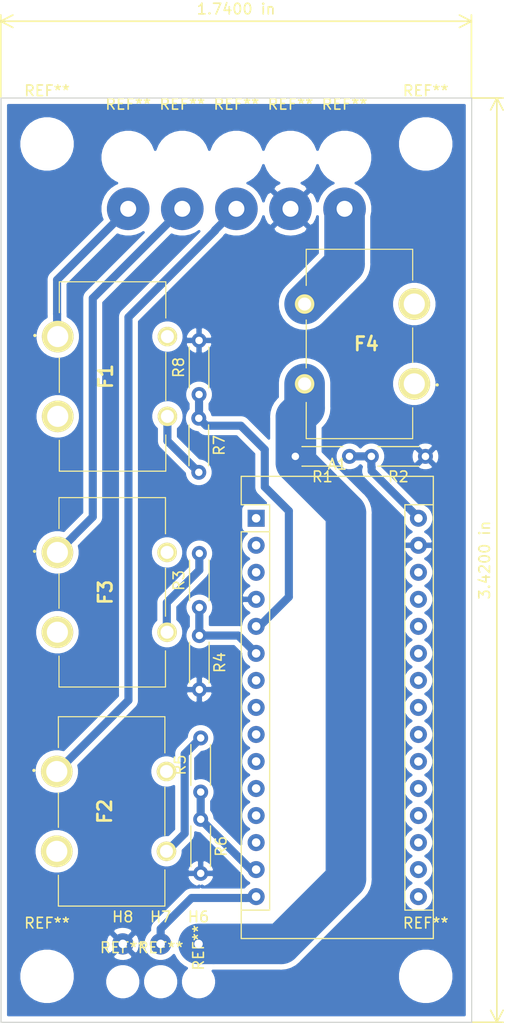
<source format=kicad_pcb>
(kicad_pcb (version 20171130) (host pcbnew 5.1.5+dfsg1-2build2)

  (general
    (thickness 1.6)
    (drawings 6)
    (tracks 57)
    (zones 0)
    (modules 33)
    (nets 46)
  )

  (page A4)
  (layers
    (0 F.Cu signal hide)
    (31 B.Cu signal)
    (32 B.Adhes user)
    (33 F.Adhes user hide)
    (34 B.Paste user)
    (35 F.Paste user hide)
    (36 B.SilkS user)
    (37 F.SilkS user)
    (38 B.Mask user hide)
    (39 F.Mask user hide)
    (40 Dwgs.User user hide)
    (41 Cmts.User user hide)
    (42 Eco1.User user hide)
    (43 Eco2.User user hide)
    (44 Edge.Cuts user)
    (45 Margin user hide)
    (46 B.CrtYd user hide)
    (47 F.CrtYd user)
    (48 B.Fab user)
    (49 F.Fab user)
  )

  (setup
    (last_trace_width 0.762)
    (user_trace_width 0.762)
    (user_trace_width 3.81)
    (trace_clearance 0.381)
    (zone_clearance 0.508)
    (zone_45_only no)
    (trace_min 0.2)
    (via_size 0.8)
    (via_drill 0.4)
    (via_min_size 0.4)
    (via_min_drill 0.3)
    (uvia_size 0.3)
    (uvia_drill 0.1)
    (uvias_allowed no)
    (uvia_min_size 0.2)
    (uvia_min_drill 0.1)
    (edge_width 0.1)
    (segment_width 0.2)
    (pcb_text_width 0.3)
    (pcb_text_size 1.5 1.5)
    (mod_edge_width 0.15)
    (mod_text_size 1 1)
    (mod_text_width 0.15)
    (pad_size 3.4 3.4)
    (pad_drill 1.7)
    (pad_to_mask_clearance 0)
    (aux_axis_origin 0 0)
    (visible_elements FFFFFF7F)
    (pcbplotparams
      (layerselection 0x010fc_ffffffff)
      (usegerberextensions false)
      (usegerberattributes false)
      (usegerberadvancedattributes false)
      (creategerberjobfile false)
      (excludeedgelayer true)
      (linewidth 0.100000)
      (plotframeref false)
      (viasonmask false)
      (mode 1)
      (useauxorigin false)
      (hpglpennumber 1)
      (hpglpenspeed 20)
      (hpglpendiameter 15.000000)
      (psnegative false)
      (psa4output false)
      (plotreference true)
      (plotvalue true)
      (plotinvisibletext false)
      (padsonsilk false)
      (subtractmaskfromsilk false)
      (outputformat 1)
      (mirror false)
      (drillshape 1)
      (scaleselection 1)
      (outputdirectory ""))
  )

  (net 0 "")
  (net 1 "Net-(A1-Pad16)")
  (net 2 "Net-(A1-Pad15)")
  (net 3 "Net-(A1-Pad30)")
  (net 4 "Net-(A1-Pad14)")
  (net 5 GNDREF)
  (net 6 "Net-(A1-Pad13)")
  (net 7 "Net-(A1-Pad28)")
  (net 8 "Net-(A1-Pad12)")
  (net 9 "Net-(A1-Pad27)")
  (net 10 "Net-(A1-Pad11)")
  (net 11 "Net-(A1-Pad26)")
  (net 12 "Net-(A1-Pad10)")
  (net 13 "Net-(A1-Pad25)")
  (net 14 "Net-(A1-Pad9)")
  (net 15 "Net-(A1-Pad24)")
  (net 16 "Net-(A1-Pad8)")
  (net 17 "Net-(A1-Pad23)")
  (net 18 "Net-(A1-Pad7)")
  (net 19 "Net-(A1-Pad22)")
  (net 20 "Net-(A1-Pad6)")
  (net 21 "Net-(A1-Pad21)")
  (net 22 "Net-(A1-Pad5)")
  (net 23 "Net-(A1-Pad20)")
  (net 24 "Net-(A1-Pad19)")
  (net 25 "Net-(A1-Pad3)")
  (net 26 "Net-(A1-Pad18)")
  (net 27 "Net-(A1-Pad2)")
  (net 28 "Net-(A1-Pad17)")
  (net 29 "Net-(A1-Pad1)")
  (net 30 "Net-(F1-Pad4)")
  (net 31 "Net-(F1-Pad3)")
  (net 32 "Net-(F1-Pad2)")
  (net 33 "Net-(F2-Pad4)")
  (net 34 "Net-(F2-Pad3)")
  (net 35 "Net-(F2-Pad2)")
  (net 36 "Net-(F3-Pad4)")
  (net 37 "Net-(F3-Pad3)")
  (net 38 "Net-(F3-Pad2)")
  (net 39 "Net-(F4-Pad4)")
  (net 40 "Net-(F4-Pad3)")
  (net 41 "Net-(F4-Pad2)")
  (net 42 "Net-(F1-Pad1)")
  (net 43 "Net-(F2-Pad1)")
  (net 44 "Net-(F3-Pad1)")
  (net 45 "Net-(F4-Pad1)")

  (net_class Default "This is the default net class."
    (clearance 0.381)
    (trace_width 0.25)
    (via_dia 0.8)
    (via_drill 0.4)
    (uvia_dia 0.3)
    (uvia_drill 0.1)
    (add_net GNDREF)
    (add_net "Net-(A1-Pad1)")
    (add_net "Net-(A1-Pad10)")
    (add_net "Net-(A1-Pad11)")
    (add_net "Net-(A1-Pad12)")
    (add_net "Net-(A1-Pad13)")
    (add_net "Net-(A1-Pad14)")
    (add_net "Net-(A1-Pad15)")
    (add_net "Net-(A1-Pad16)")
    (add_net "Net-(A1-Pad17)")
    (add_net "Net-(A1-Pad18)")
    (add_net "Net-(A1-Pad19)")
    (add_net "Net-(A1-Pad2)")
    (add_net "Net-(A1-Pad20)")
    (add_net "Net-(A1-Pad21)")
    (add_net "Net-(A1-Pad22)")
    (add_net "Net-(A1-Pad23)")
    (add_net "Net-(A1-Pad24)")
    (add_net "Net-(A1-Pad25)")
    (add_net "Net-(A1-Pad26)")
    (add_net "Net-(A1-Pad27)")
    (add_net "Net-(A1-Pad28)")
    (add_net "Net-(A1-Pad3)")
    (add_net "Net-(A1-Pad30)")
    (add_net "Net-(A1-Pad5)")
    (add_net "Net-(A1-Pad6)")
    (add_net "Net-(A1-Pad7)")
    (add_net "Net-(A1-Pad8)")
    (add_net "Net-(A1-Pad9)")
    (add_net "Net-(F1-Pad1)")
    (add_net "Net-(F1-Pad2)")
    (add_net "Net-(F1-Pad3)")
    (add_net "Net-(F1-Pad4)")
    (add_net "Net-(F2-Pad1)")
    (add_net "Net-(F2-Pad2)")
    (add_net "Net-(F2-Pad3)")
    (add_net "Net-(F2-Pad4)")
    (add_net "Net-(F3-Pad1)")
    (add_net "Net-(F3-Pad2)")
    (add_net "Net-(F3-Pad3)")
    (add_net "Net-(F3-Pad4)")
    (add_net "Net-(F4-Pad1)")
    (add_net "Net-(F4-Pad2)")
    (add_net "Net-(F4-Pad3)")
    (add_net "Net-(F4-Pad4)")
  )

  (module 3549-2:35492 (layer F.Cu) (tedit 6227B1B3) (tstamp 6233E666)
    (at 132.899 83.8292 270)
    (descr 3549-2-1)
    (tags Fuse)
    (path /62286CF1)
    (fp_text reference F1 (at 0 0.643 90) (layer F.SilkS)
      (effects (font (size 1.27 1.27) (thickness 0.254)))
    )
    (fp_text value 1A (at 0 0.643 90) (layer F.SilkS) hide
      (effects (font (size 1.27 1.27) (thickness 0.254)))
    )
    (fp_line (start -8.9 5) (end 8.9 5) (layer Dwgs.User) (width 0.2))
    (fp_line (start 8.9 5) (end 8.9 -5) (layer Dwgs.User) (width 0.2))
    (fp_line (start 8.9 -5) (end -8.9 -5) (layer Dwgs.User) (width 0.2))
    (fp_line (start -8.9 -5) (end -8.9 5) (layer Dwgs.User) (width 0.2))
    (fp_line (start -5.5 -5) (end -8.9 -5) (layer F.SilkS) (width 0.1))
    (fp_line (start -8.9 -5) (end -8.9 -5) (layer F.SilkS) (width 0.1))
    (fp_line (start -8.9 -5) (end -5.5 -5) (layer F.SilkS) (width 0.1))
    (fp_line (start -5.5 -5) (end -5.5 -5) (layer F.SilkS) (width 0.1))
    (fp_line (start -8.9 -5) (end -8.9 -5) (layer F.SilkS) (width 0.1))
    (fp_line (start -8.9 -5) (end -8.9 5) (layer F.SilkS) (width 0.1))
    (fp_line (start -8.9 5) (end -8.9 5) (layer F.SilkS) (width 0.1))
    (fp_line (start -8.9 5) (end -8.9 -5) (layer F.SilkS) (width 0.1))
    (fp_line (start -8.9 5) (end -6 5) (layer F.SilkS) (width 0.1))
    (fp_line (start -6 5) (end -6 5) (layer F.SilkS) (width 0.1))
    (fp_line (start -6 5) (end -8.9 5) (layer F.SilkS) (width 0.1))
    (fp_line (start -8.9 5) (end -8.9 5) (layer F.SilkS) (width 0.1))
    (fp_line (start -1.75 5) (end 1.5 5) (layer F.SilkS) (width 0.1))
    (fp_line (start 1.5 5) (end 1.5 5) (layer F.SilkS) (width 0.1))
    (fp_line (start 1.5 5) (end -1.75 5) (layer F.SilkS) (width 0.1))
    (fp_line (start -1.75 5) (end -1.75 5) (layer F.SilkS) (width 0.1))
    (fp_line (start -2.25 -5) (end 2.25 -5) (layer F.SilkS) (width 0.1))
    (fp_line (start 2.25 -5) (end 2.25 -5) (layer F.SilkS) (width 0.1))
    (fp_line (start 2.25 -5) (end -2.25 -5) (layer F.SilkS) (width 0.1))
    (fp_line (start -2.25 -5) (end -2.25 -5) (layer F.SilkS) (width 0.1))
    (fp_line (start 5.5 -5) (end 8.9 -5) (layer F.SilkS) (width 0.1))
    (fp_line (start 8.9 -5) (end 8.9 -5) (layer F.SilkS) (width 0.1))
    (fp_line (start 8.9 -5) (end 5.5 -5) (layer F.SilkS) (width 0.1))
    (fp_line (start 5.5 -5) (end 5.5 -5) (layer F.SilkS) (width 0.1))
    (fp_line (start 8.9 -5) (end 8.9 -5) (layer F.SilkS) (width 0.1))
    (fp_line (start 8.9 -5) (end 8.9 5) (layer F.SilkS) (width 0.1))
    (fp_line (start 8.9 5) (end 8.9 5) (layer F.SilkS) (width 0.1))
    (fp_line (start 8.9 5) (end 8.9 -5) (layer F.SilkS) (width 0.1))
    (fp_line (start 8.9 5) (end 6 5) (layer F.SilkS) (width 0.1))
    (fp_line (start 6 5) (end 6 5) (layer F.SilkS) (width 0.1))
    (fp_line (start 6 5) (end 8.9 5) (layer F.SilkS) (width 0.1))
    (fp_line (start 8.9 5) (end 8.9 5) (layer F.SilkS) (width 0.1))
    (fp_line (start -9.9 -7.065) (end 9.9 -7.065) (layer Dwgs.User) (width 0.1))
    (fp_line (start 9.9 -7.065) (end 9.9 8.35) (layer Dwgs.User) (width 0.1))
    (fp_line (start 9.9 8.35) (end -9.9 8.35) (layer Dwgs.User) (width 0.1))
    (fp_line (start -9.9 8.35) (end -9.9 -7.065) (layer Dwgs.User) (width 0.1))
    (fp_line (start -3.9 7.3) (end -3.9 7.3) (layer F.SilkS) (width 0.2))
    (fp_line (start -3.8 7.3) (end -3.8 7.3) (layer F.SilkS) (width 0.2))
    (fp_line (start -3.9 7.3) (end -3.9 7.3) (layer F.SilkS) (width 0.2))
    (fp_arc (start -3.85 7.3) (end -3.9 7.3) (angle -180) (layer F.SilkS) (width 0.2))
    (fp_arc (start -3.85 7.3) (end -3.8 7.3) (angle -180) (layer F.SilkS) (width 0.2))
    (fp_arc (start -3.85 7.3) (end -3.9 7.3) (angle -180) (layer F.SilkS) (width 0.2))
    (pad 1 thru_hole circle (at -3.75 5.15) (size 2.97 2.97) (drill 1.98) (layers *.Cu *.Mask F.SilkS)
      (net 42 "Net-(F1-Pad1)"))
    (pad 2 thru_hole circle (at 3.75 5.15) (size 2.97 2.97) (drill 1.98) (layers *.Cu *.Mask F.SilkS)
      (net 32 "Net-(F1-Pad2)"))
    (pad 3 thru_hole circle (at 3.75 -5.15) (size 1.83 1.83) (drill 1.22) (layers *.Cu *.Mask F.SilkS)
      (net 31 "Net-(F1-Pad3)"))
    (pad 4 thru_hole circle (at -3.75 -5.15) (size 1.83 1.83) (drill 1.22) (layers *.Cu *.Mask F.SilkS)
      (net 30 "Net-(F1-Pad4)"))
  )

  (module 3549-2:35492 (layer F.Cu) (tedit 6227B1B3) (tstamp 6233E5C2)
    (at 156.083 80.772 90)
    (descr 3549-2-1)
    (tags Fuse)
    (path /622887C7)
    (fp_text reference F4 (at 0 0.643) (layer F.SilkS)
      (effects (font (size 1.27 1.27) (thickness 0.254)))
    )
    (fp_text value 7.5A (at 0 0.643 90) (layer F.SilkS) hide
      (effects (font (size 1.27 1.27) (thickness 0.254)))
    )
    (fp_line (start -8.9 5) (end 8.9 5) (layer Dwgs.User) (width 0.2))
    (fp_line (start 8.9 5) (end 8.9 -5) (layer Dwgs.User) (width 0.2))
    (fp_line (start 8.9 -5) (end -8.9 -5) (layer Dwgs.User) (width 0.2))
    (fp_line (start -8.9 -5) (end -8.9 5) (layer Dwgs.User) (width 0.2))
    (fp_line (start -5.5 -5) (end -8.9 -5) (layer F.SilkS) (width 0.1))
    (fp_line (start -8.9 -5) (end -8.9 -5) (layer F.SilkS) (width 0.1))
    (fp_line (start -8.9 -5) (end -5.5 -5) (layer F.SilkS) (width 0.1))
    (fp_line (start -5.5 -5) (end -5.5 -5) (layer F.SilkS) (width 0.1))
    (fp_line (start -8.9 -5) (end -8.9 -5) (layer F.SilkS) (width 0.1))
    (fp_line (start -8.9 -5) (end -8.9 5) (layer F.SilkS) (width 0.1))
    (fp_line (start -8.9 5) (end -8.9 5) (layer F.SilkS) (width 0.1))
    (fp_line (start -8.9 5) (end -8.9 -5) (layer F.SilkS) (width 0.1))
    (fp_line (start -8.9 5) (end -6 5) (layer F.SilkS) (width 0.1))
    (fp_line (start -6 5) (end -6 5) (layer F.SilkS) (width 0.1))
    (fp_line (start -6 5) (end -8.9 5) (layer F.SilkS) (width 0.1))
    (fp_line (start -8.9 5) (end -8.9 5) (layer F.SilkS) (width 0.1))
    (fp_line (start -1.75 5) (end 1.5 5) (layer F.SilkS) (width 0.1))
    (fp_line (start 1.5 5) (end 1.5 5) (layer F.SilkS) (width 0.1))
    (fp_line (start 1.5 5) (end -1.75 5) (layer F.SilkS) (width 0.1))
    (fp_line (start -1.75 5) (end -1.75 5) (layer F.SilkS) (width 0.1))
    (fp_line (start -2.25 -5) (end 2.25 -5) (layer F.SilkS) (width 0.1))
    (fp_line (start 2.25 -5) (end 2.25 -5) (layer F.SilkS) (width 0.1))
    (fp_line (start 2.25 -5) (end -2.25 -5) (layer F.SilkS) (width 0.1))
    (fp_line (start -2.25 -5) (end -2.25 -5) (layer F.SilkS) (width 0.1))
    (fp_line (start 5.5 -5) (end 8.9 -5) (layer F.SilkS) (width 0.1))
    (fp_line (start 8.9 -5) (end 8.9 -5) (layer F.SilkS) (width 0.1))
    (fp_line (start 8.9 -5) (end 5.5 -5) (layer F.SilkS) (width 0.1))
    (fp_line (start 5.5 -5) (end 5.5 -5) (layer F.SilkS) (width 0.1))
    (fp_line (start 8.9 -5) (end 8.9 -5) (layer F.SilkS) (width 0.1))
    (fp_line (start 8.9 -5) (end 8.9 5) (layer F.SilkS) (width 0.1))
    (fp_line (start 8.9 5) (end 8.9 5) (layer F.SilkS) (width 0.1))
    (fp_line (start 8.9 5) (end 8.9 -5) (layer F.SilkS) (width 0.1))
    (fp_line (start 8.9 5) (end 6 5) (layer F.SilkS) (width 0.1))
    (fp_line (start 6 5) (end 6 5) (layer F.SilkS) (width 0.1))
    (fp_line (start 6 5) (end 8.9 5) (layer F.SilkS) (width 0.1))
    (fp_line (start 8.9 5) (end 8.9 5) (layer F.SilkS) (width 0.1))
    (fp_line (start -9.9 -7.065) (end 9.9 -7.065) (layer Dwgs.User) (width 0.1))
    (fp_line (start 9.9 -7.065) (end 9.9 8.35) (layer Dwgs.User) (width 0.1))
    (fp_line (start 9.9 8.35) (end -9.9 8.35) (layer Dwgs.User) (width 0.1))
    (fp_line (start -9.9 8.35) (end -9.9 -7.065) (layer Dwgs.User) (width 0.1))
    (fp_line (start -3.9 7.3) (end -3.9 7.3) (layer F.SilkS) (width 0.2))
    (fp_line (start -3.8 7.3) (end -3.8 7.3) (layer F.SilkS) (width 0.2))
    (fp_line (start -3.9 7.3) (end -3.9 7.3) (layer F.SilkS) (width 0.2))
    (fp_arc (start -3.85 7.3) (end -3.9 7.3) (angle -180) (layer F.SilkS) (width 0.2))
    (fp_arc (start -3.85 7.3) (end -3.8 7.3) (angle -180) (layer F.SilkS) (width 0.2))
    (fp_arc (start -3.85 7.3) (end -3.9 7.3) (angle -180) (layer F.SilkS) (width 0.2))
    (pad 1 thru_hole circle (at -3.75 5.15 180) (size 2.97 2.97) (drill 1.98) (layers *.Cu *.Mask F.SilkS)
      (net 45 "Net-(F4-Pad1)"))
    (pad 2 thru_hole circle (at 3.75 5.15 180) (size 2.97 2.97) (drill 1.98) (layers *.Cu *.Mask F.SilkS)
      (net 41 "Net-(F4-Pad2)"))
    (pad 3 thru_hole circle (at 3.75 -5.15 180) (size 1.83 1.83) (drill 1.22) (layers *.Cu *.Mask F.SilkS)
      (net 40 "Net-(F4-Pad3)"))
    (pad 4 thru_hole circle (at -3.75 -5.15 180) (size 1.83 1.83) (drill 1.22) (layers *.Cu *.Mask F.SilkS)
      (net 39 "Net-(F4-Pad4)"))
  )

  (module Resistor_THT:R_Axial_DIN0204_L3.6mm_D1.6mm_P5.08mm_Horizontal (layer F.Cu) (tedit 5AE5139B) (tstamp 6233E58C)
    (at 155.1432 91.3384 180)
    (descr "Resistor, Axial_DIN0204 series, Axial, Horizontal, pin pitch=5.08mm, 0.167W, length*diameter=3.6*1.6mm^2, http://cdn-reichelt.de/documents/datenblatt/B400/1_4W%23YAG.pdf")
    (tags "Resistor Axial_DIN0204 series Axial Horizontal pin pitch 5.08mm 0.167W length 3.6mm diameter 1.6mm")
    (path /6215D85B)
    (fp_text reference R1 (at 2.54 -1.92) (layer F.SilkS)
      (effects (font (size 1 1) (thickness 0.15)))
    )
    (fp_text value 100 (at 2.54 1.92) (layer F.Fab)
      (effects (font (size 1 1) (thickness 0.15)))
    )
    (fp_line (start 0.74 -0.8) (end 0.74 0.8) (layer F.Fab) (width 0.1))
    (fp_line (start 0.74 0.8) (end 4.34 0.8) (layer F.Fab) (width 0.1))
    (fp_line (start 4.34 0.8) (end 4.34 -0.8) (layer F.Fab) (width 0.1))
    (fp_line (start 4.34 -0.8) (end 0.74 -0.8) (layer F.Fab) (width 0.1))
    (fp_line (start 0 0) (end 0.74 0) (layer F.Fab) (width 0.1))
    (fp_line (start 5.08 0) (end 4.34 0) (layer F.Fab) (width 0.1))
    (fp_line (start 0.62 -0.92) (end 4.46 -0.92) (layer F.SilkS) (width 0.12))
    (fp_line (start 0.62 0.92) (end 4.46 0.92) (layer F.SilkS) (width 0.12))
    (fp_line (start -0.95 -1.05) (end -0.95 1.05) (layer F.CrtYd) (width 0.05))
    (fp_line (start -0.95 1.05) (end 6.03 1.05) (layer F.CrtYd) (width 0.05))
    (fp_line (start 6.03 1.05) (end 6.03 -1.05) (layer F.CrtYd) (width 0.05))
    (fp_line (start 6.03 -1.05) (end -0.95 -1.05) (layer F.CrtYd) (width 0.05))
    (fp_text user %R (at 2.54 0) (layer F.Fab)
      (effects (font (size 0.72 0.72) (thickness 0.108)))
    )
    (pad 1 thru_hole circle (at 0 0 180) (size 1.4 1.4) (drill 0.7) (layers *.Cu *.Mask)
      (net 3 "Net-(A1-Pad30)"))
    (pad 2 thru_hole oval (at 5.08 0 180) (size 1.4 1.4) (drill 0.7) (layers *.Cu *.Mask)
      (net 39 "Net-(F4-Pad4)"))
    (model ${KISYS3DMOD}/Resistor_THT.3dshapes/R_Axial_DIN0204_L3.6mm_D1.6mm_P5.08mm_Horizontal.wrl
      (at (xyz 0 0 0))
      (scale (xyz 1 1 1))
      (rotate (xyz 0 0 0))
    )
  )

  (module Resistor_THT:R_Axial_DIN0204_L3.6mm_D1.6mm_P5.08mm_Horizontal (layer F.Cu) (tedit 5AE5139B) (tstamp 6233E61B)
    (at 141.0208 85.5218 90)
    (descr "Resistor, Axial_DIN0204 series, Axial, Horizontal, pin pitch=5.08mm, 0.167W, length*diameter=3.6*1.6mm^2, http://cdn-reichelt.de/documents/datenblatt/B400/1_4W%23YAG.pdf")
    (tags "Resistor Axial_DIN0204 series Axial Horizontal pin pitch 5.08mm 0.167W length 3.6mm diameter 1.6mm")
    (path /620FA2CA)
    (fp_text reference R8 (at 2.54 -1.92 90) (layer F.SilkS)
      (effects (font (size 1 1) (thickness 0.15)))
    )
    (fp_text value 10k (at 2.54 1.92 90) (layer F.Fab)
      (effects (font (size 1 1) (thickness 0.15)))
    )
    (fp_line (start 0.74 -0.8) (end 0.74 0.8) (layer F.Fab) (width 0.1))
    (fp_line (start 0.74 0.8) (end 4.34 0.8) (layer F.Fab) (width 0.1))
    (fp_line (start 4.34 0.8) (end 4.34 -0.8) (layer F.Fab) (width 0.1))
    (fp_line (start 4.34 -0.8) (end 0.74 -0.8) (layer F.Fab) (width 0.1))
    (fp_line (start 0 0) (end 0.74 0) (layer F.Fab) (width 0.1))
    (fp_line (start 5.08 0) (end 4.34 0) (layer F.Fab) (width 0.1))
    (fp_line (start 0.62 -0.92) (end 4.46 -0.92) (layer F.SilkS) (width 0.12))
    (fp_line (start 0.62 0.92) (end 4.46 0.92) (layer F.SilkS) (width 0.12))
    (fp_line (start -0.95 -1.05) (end -0.95 1.05) (layer F.CrtYd) (width 0.05))
    (fp_line (start -0.95 1.05) (end 6.03 1.05) (layer F.CrtYd) (width 0.05))
    (fp_line (start 6.03 1.05) (end 6.03 -1.05) (layer F.CrtYd) (width 0.05))
    (fp_line (start 6.03 -1.05) (end -0.95 -1.05) (layer F.CrtYd) (width 0.05))
    (fp_text user %R (at 2.54 0 90) (layer F.Fab)
      (effects (font (size 0.72 0.72) (thickness 0.108)))
    )
    (pad 1 thru_hole circle (at 0 0 90) (size 1.4 1.4) (drill 0.7) (layers *.Cu *.Mask)
      (net 22 "Net-(A1-Pad5)"))
    (pad 2 thru_hole oval (at 5.08 0 90) (size 1.4 1.4) (drill 0.7) (layers *.Cu *.Mask)
      (net 5 GNDREF))
    (model ${KISYS3DMOD}/Resistor_THT.3dshapes/R_Axial_DIN0204_L3.6mm_D1.6mm_P5.08mm_Horizontal.wrl
      (at (xyz 0 0 0))
      (scale (xyz 1 1 1))
      (rotate (xyz 0 0 0))
    )
  )

  (module 3549-2:35492 (layer F.Cu) (tedit 6227B1B3) (tstamp 6233E6BF)
    (at 132.8104 124.7048 270)
    (descr 3549-2-1)
    (tags Fuse)
    (path /62287AD4)
    (fp_text reference F2 (at 0 0.643 90) (layer F.SilkS)
      (effects (font (size 1.27 1.27) (thickness 0.254)))
    )
    (fp_text value 1A (at 0 0.643 90) (layer F.SilkS) hide
      (effects (font (size 1.27 1.27) (thickness 0.254)))
    )
    (fp_line (start -8.9 5) (end 8.9 5) (layer Dwgs.User) (width 0.2))
    (fp_line (start 8.9 5) (end 8.9 -5) (layer Dwgs.User) (width 0.2))
    (fp_line (start 8.9 -5) (end -8.9 -5) (layer Dwgs.User) (width 0.2))
    (fp_line (start -8.9 -5) (end -8.9 5) (layer Dwgs.User) (width 0.2))
    (fp_line (start -5.5 -5) (end -8.9 -5) (layer F.SilkS) (width 0.1))
    (fp_line (start -8.9 -5) (end -8.9 -5) (layer F.SilkS) (width 0.1))
    (fp_line (start -8.9 -5) (end -5.5 -5) (layer F.SilkS) (width 0.1))
    (fp_line (start -5.5 -5) (end -5.5 -5) (layer F.SilkS) (width 0.1))
    (fp_line (start -8.9 -5) (end -8.9 -5) (layer F.SilkS) (width 0.1))
    (fp_line (start -8.9 -5) (end -8.9 5) (layer F.SilkS) (width 0.1))
    (fp_line (start -8.9 5) (end -8.9 5) (layer F.SilkS) (width 0.1))
    (fp_line (start -8.9 5) (end -8.9 -5) (layer F.SilkS) (width 0.1))
    (fp_line (start -8.9 5) (end -6 5) (layer F.SilkS) (width 0.1))
    (fp_line (start -6 5) (end -6 5) (layer F.SilkS) (width 0.1))
    (fp_line (start -6 5) (end -8.9 5) (layer F.SilkS) (width 0.1))
    (fp_line (start -8.9 5) (end -8.9 5) (layer F.SilkS) (width 0.1))
    (fp_line (start -1.75 5) (end 1.5 5) (layer F.SilkS) (width 0.1))
    (fp_line (start 1.5 5) (end 1.5 5) (layer F.SilkS) (width 0.1))
    (fp_line (start 1.5 5) (end -1.75 5) (layer F.SilkS) (width 0.1))
    (fp_line (start -1.75 5) (end -1.75 5) (layer F.SilkS) (width 0.1))
    (fp_line (start -2.25 -5) (end 2.25 -5) (layer F.SilkS) (width 0.1))
    (fp_line (start 2.25 -5) (end 2.25 -5) (layer F.SilkS) (width 0.1))
    (fp_line (start 2.25 -5) (end -2.25 -5) (layer F.SilkS) (width 0.1))
    (fp_line (start -2.25 -5) (end -2.25 -5) (layer F.SilkS) (width 0.1))
    (fp_line (start 5.5 -5) (end 8.9 -5) (layer F.SilkS) (width 0.1))
    (fp_line (start 8.9 -5) (end 8.9 -5) (layer F.SilkS) (width 0.1))
    (fp_line (start 8.9 -5) (end 5.5 -5) (layer F.SilkS) (width 0.1))
    (fp_line (start 5.5 -5) (end 5.5 -5) (layer F.SilkS) (width 0.1))
    (fp_line (start 8.9 -5) (end 8.9 -5) (layer F.SilkS) (width 0.1))
    (fp_line (start 8.9 -5) (end 8.9 5) (layer F.SilkS) (width 0.1))
    (fp_line (start 8.9 5) (end 8.9 5) (layer F.SilkS) (width 0.1))
    (fp_line (start 8.9 5) (end 8.9 -5) (layer F.SilkS) (width 0.1))
    (fp_line (start 8.9 5) (end 6 5) (layer F.SilkS) (width 0.1))
    (fp_line (start 6 5) (end 6 5) (layer F.SilkS) (width 0.1))
    (fp_line (start 6 5) (end 8.9 5) (layer F.SilkS) (width 0.1))
    (fp_line (start 8.9 5) (end 8.9 5) (layer F.SilkS) (width 0.1))
    (fp_line (start -9.9 -7.065) (end 9.9 -7.065) (layer Dwgs.User) (width 0.1))
    (fp_line (start 9.9 -7.065) (end 9.9 8.35) (layer Dwgs.User) (width 0.1))
    (fp_line (start 9.9 8.35) (end -9.9 8.35) (layer Dwgs.User) (width 0.1))
    (fp_line (start -9.9 8.35) (end -9.9 -7.065) (layer Dwgs.User) (width 0.1))
    (fp_line (start -3.9 7.3) (end -3.9 7.3) (layer F.SilkS) (width 0.2))
    (fp_line (start -3.8 7.3) (end -3.8 7.3) (layer F.SilkS) (width 0.2))
    (fp_line (start -3.9 7.3) (end -3.9 7.3) (layer F.SilkS) (width 0.2))
    (fp_arc (start -3.85 7.3) (end -3.9 7.3) (angle -180) (layer F.SilkS) (width 0.2))
    (fp_arc (start -3.85 7.3) (end -3.8 7.3) (angle -180) (layer F.SilkS) (width 0.2))
    (fp_arc (start -3.85 7.3) (end -3.9 7.3) (angle -180) (layer F.SilkS) (width 0.2))
    (pad 1 thru_hole circle (at -3.75 5.15) (size 2.97 2.97) (drill 1.98) (layers *.Cu *.Mask F.SilkS)
      (net 43 "Net-(F2-Pad1)"))
    (pad 2 thru_hole circle (at 3.75 5.15) (size 2.97 2.97) (drill 1.98) (layers *.Cu *.Mask F.SilkS)
      (net 35 "Net-(F2-Pad2)"))
    (pad 3 thru_hole circle (at 3.75 -5.15) (size 1.83 1.83) (drill 1.22) (layers *.Cu *.Mask F.SilkS)
      (net 34 "Net-(F2-Pad3)"))
    (pad 4 thru_hole circle (at -3.75 -5.15) (size 1.83 1.83) (drill 1.22) (layers *.Cu *.Mask F.SilkS)
      (net 33 "Net-(F2-Pad4)"))
  )

  (module Resistor_THT:R_Axial_DIN0204_L3.6mm_D1.6mm_P5.08mm_Horizontal (layer F.Cu) (tedit 5AE5139B) (tstamp 6233E6AD)
    (at 141.0462 105.537 90)
    (descr "Resistor, Axial_DIN0204 series, Axial, Horizontal, pin pitch=5.08mm, 0.167W, length*diameter=3.6*1.6mm^2, http://cdn-reichelt.de/documents/datenblatt/B400/1_4W%23YAG.pdf")
    (tags "Resistor Axial_DIN0204 series Axial Horizontal pin pitch 5.08mm 0.167W length 3.6mm diameter 1.6mm")
    (path /620FD795)
    (fp_text reference R3 (at 2.54 -1.92 90) (layer F.SilkS)
      (effects (font (size 1 1) (thickness 0.15)))
    )
    (fp_text value 20k (at 2.54 1.92 90) (layer F.Fab)
      (effects (font (size 1 1) (thickness 0.15)))
    )
    (fp_line (start 0.74 -0.8) (end 0.74 0.8) (layer F.Fab) (width 0.1))
    (fp_line (start 0.74 0.8) (end 4.34 0.8) (layer F.Fab) (width 0.1))
    (fp_line (start 4.34 0.8) (end 4.34 -0.8) (layer F.Fab) (width 0.1))
    (fp_line (start 4.34 -0.8) (end 0.74 -0.8) (layer F.Fab) (width 0.1))
    (fp_line (start 0 0) (end 0.74 0) (layer F.Fab) (width 0.1))
    (fp_line (start 5.08 0) (end 4.34 0) (layer F.Fab) (width 0.1))
    (fp_line (start 0.62 -0.92) (end 4.46 -0.92) (layer F.SilkS) (width 0.12))
    (fp_line (start 0.62 0.92) (end 4.46 0.92) (layer F.SilkS) (width 0.12))
    (fp_line (start -0.95 -1.05) (end -0.95 1.05) (layer F.CrtYd) (width 0.05))
    (fp_line (start -0.95 1.05) (end 6.03 1.05) (layer F.CrtYd) (width 0.05))
    (fp_line (start 6.03 1.05) (end 6.03 -1.05) (layer F.CrtYd) (width 0.05))
    (fp_line (start 6.03 -1.05) (end -0.95 -1.05) (layer F.CrtYd) (width 0.05))
    (fp_text user %R (at 2.54 0 90) (layer F.Fab)
      (effects (font (size 0.72 0.72) (thickness 0.108)))
    )
    (pad 1 thru_hole circle (at 0 0 90) (size 1.4 1.4) (drill 0.7) (layers *.Cu *.Mask)
      (net 20 "Net-(A1-Pad6)"))
    (pad 2 thru_hole oval (at 5.08 0 90) (size 1.4 1.4) (drill 0.7) (layers *.Cu *.Mask)
      (net 37 "Net-(F3-Pad3)"))
    (model ${KISYS3DMOD}/Resistor_THT.3dshapes/R_Axial_DIN0204_L3.6mm_D1.6mm_P5.08mm_Horizontal.wrl
      (at (xyz 0 0 0))
      (scale (xyz 1 1 1))
      (rotate (xyz 0 0 0))
    )
  )

  (module Resistor_THT:R_Axial_DIN0204_L3.6mm_D1.6mm_P5.08mm_Horizontal (layer F.Cu) (tedit 5AE5139B) (tstamp 6233E69B)
    (at 162.2806 91.3384 180)
    (descr "Resistor, Axial_DIN0204 series, Axial, Horizontal, pin pitch=5.08mm, 0.167W, length*diameter=3.6*1.6mm^2, http://cdn-reichelt.de/documents/datenblatt/B400/1_4W%23YAG.pdf")
    (tags "Resistor Axial_DIN0204 series Axial Horizontal pin pitch 5.08mm 0.167W length 3.6mm diameter 1.6mm")
    (path /6215E3A8)
    (fp_text reference R2 (at 2.54 -1.92) (layer F.SilkS)
      (effects (font (size 1 1) (thickness 0.15)))
    )
    (fp_text value 300 (at 2.54 1.92) (layer F.Fab)
      (effects (font (size 1 1) (thickness 0.15)))
    )
    (fp_line (start 0.74 -0.8) (end 0.74 0.8) (layer F.Fab) (width 0.1))
    (fp_line (start 0.74 0.8) (end 4.34 0.8) (layer F.Fab) (width 0.1))
    (fp_line (start 4.34 0.8) (end 4.34 -0.8) (layer F.Fab) (width 0.1))
    (fp_line (start 4.34 -0.8) (end 0.74 -0.8) (layer F.Fab) (width 0.1))
    (fp_line (start 0 0) (end 0.74 0) (layer F.Fab) (width 0.1))
    (fp_line (start 5.08 0) (end 4.34 0) (layer F.Fab) (width 0.1))
    (fp_line (start 0.62 -0.92) (end 4.46 -0.92) (layer F.SilkS) (width 0.12))
    (fp_line (start 0.62 0.92) (end 4.46 0.92) (layer F.SilkS) (width 0.12))
    (fp_line (start -0.95 -1.05) (end -0.95 1.05) (layer F.CrtYd) (width 0.05))
    (fp_line (start -0.95 1.05) (end 6.03 1.05) (layer F.CrtYd) (width 0.05))
    (fp_line (start 6.03 1.05) (end 6.03 -1.05) (layer F.CrtYd) (width 0.05))
    (fp_line (start 6.03 -1.05) (end -0.95 -1.05) (layer F.CrtYd) (width 0.05))
    (fp_text user %R (at 2.54 0) (layer F.Fab)
      (effects (font (size 0.72 0.72) (thickness 0.108)))
    )
    (pad 1 thru_hole circle (at 0 0 180) (size 1.4 1.4) (drill 0.7) (layers *.Cu *.Mask)
      (net 5 GNDREF))
    (pad 2 thru_hole oval (at 5.08 0 180) (size 1.4 1.4) (drill 0.7) (layers *.Cu *.Mask)
      (net 3 "Net-(A1-Pad30)"))
    (model ${KISYS3DMOD}/Resistor_THT.3dshapes/R_Axial_DIN0204_L3.6mm_D1.6mm_P5.08mm_Horizontal.wrl
      (at (xyz 0 0 0))
      (scale (xyz 1 1 1))
      (rotate (xyz 0 0 0))
    )
  )

  (module 3549-2:35492 (layer F.Cu) (tedit 6227B1B3) (tstamp 6233E631)
    (at 132.8674 104.1146 270)
    (descr 3549-2-1)
    (tags Fuse)
    (path /622880EB)
    (fp_text reference F3 (at 0 0.643 90) (layer F.SilkS)
      (effects (font (size 1.27 1.27) (thickness 0.254)))
    )
    (fp_text value 1A (at 0 0.643 90) (layer F.SilkS) hide
      (effects (font (size 1.27 1.27) (thickness 0.254)))
    )
    (fp_line (start -8.9 5) (end 8.9 5) (layer Dwgs.User) (width 0.2))
    (fp_line (start 8.9 5) (end 8.9 -5) (layer Dwgs.User) (width 0.2))
    (fp_line (start 8.9 -5) (end -8.9 -5) (layer Dwgs.User) (width 0.2))
    (fp_line (start -8.9 -5) (end -8.9 5) (layer Dwgs.User) (width 0.2))
    (fp_line (start -5.5 -5) (end -8.9 -5) (layer F.SilkS) (width 0.1))
    (fp_line (start -8.9 -5) (end -8.9 -5) (layer F.SilkS) (width 0.1))
    (fp_line (start -8.9 -5) (end -5.5 -5) (layer F.SilkS) (width 0.1))
    (fp_line (start -5.5 -5) (end -5.5 -5) (layer F.SilkS) (width 0.1))
    (fp_line (start -8.9 -5) (end -8.9 -5) (layer F.SilkS) (width 0.1))
    (fp_line (start -8.9 -5) (end -8.9 5) (layer F.SilkS) (width 0.1))
    (fp_line (start -8.9 5) (end -8.9 5) (layer F.SilkS) (width 0.1))
    (fp_line (start -8.9 5) (end -8.9 -5) (layer F.SilkS) (width 0.1))
    (fp_line (start -8.9 5) (end -6 5) (layer F.SilkS) (width 0.1))
    (fp_line (start -6 5) (end -6 5) (layer F.SilkS) (width 0.1))
    (fp_line (start -6 5) (end -8.9 5) (layer F.SilkS) (width 0.1))
    (fp_line (start -8.9 5) (end -8.9 5) (layer F.SilkS) (width 0.1))
    (fp_line (start -1.75 5) (end 1.5 5) (layer F.SilkS) (width 0.1))
    (fp_line (start 1.5 5) (end 1.5 5) (layer F.SilkS) (width 0.1))
    (fp_line (start 1.5 5) (end -1.75 5) (layer F.SilkS) (width 0.1))
    (fp_line (start -1.75 5) (end -1.75 5) (layer F.SilkS) (width 0.1))
    (fp_line (start -2.25 -5) (end 2.25 -5) (layer F.SilkS) (width 0.1))
    (fp_line (start 2.25 -5) (end 2.25 -5) (layer F.SilkS) (width 0.1))
    (fp_line (start 2.25 -5) (end -2.25 -5) (layer F.SilkS) (width 0.1))
    (fp_line (start -2.25 -5) (end -2.25 -5) (layer F.SilkS) (width 0.1))
    (fp_line (start 5.5 -5) (end 8.9 -5) (layer F.SilkS) (width 0.1))
    (fp_line (start 8.9 -5) (end 8.9 -5) (layer F.SilkS) (width 0.1))
    (fp_line (start 8.9 -5) (end 5.5 -5) (layer F.SilkS) (width 0.1))
    (fp_line (start 5.5 -5) (end 5.5 -5) (layer F.SilkS) (width 0.1))
    (fp_line (start 8.9 -5) (end 8.9 -5) (layer F.SilkS) (width 0.1))
    (fp_line (start 8.9 -5) (end 8.9 5) (layer F.SilkS) (width 0.1))
    (fp_line (start 8.9 5) (end 8.9 5) (layer F.SilkS) (width 0.1))
    (fp_line (start 8.9 5) (end 8.9 -5) (layer F.SilkS) (width 0.1))
    (fp_line (start 8.9 5) (end 6 5) (layer F.SilkS) (width 0.1))
    (fp_line (start 6 5) (end 6 5) (layer F.SilkS) (width 0.1))
    (fp_line (start 6 5) (end 8.9 5) (layer F.SilkS) (width 0.1))
    (fp_line (start 8.9 5) (end 8.9 5) (layer F.SilkS) (width 0.1))
    (fp_line (start -9.9 -7.065) (end 9.9 -7.065) (layer Dwgs.User) (width 0.1))
    (fp_line (start 9.9 -7.065) (end 9.9 8.35) (layer Dwgs.User) (width 0.1))
    (fp_line (start 9.9 8.35) (end -9.9 8.35) (layer Dwgs.User) (width 0.1))
    (fp_line (start -9.9 8.35) (end -9.9 -7.065) (layer Dwgs.User) (width 0.1))
    (fp_line (start -3.9 7.3) (end -3.9 7.3) (layer F.SilkS) (width 0.2))
    (fp_line (start -3.8 7.3) (end -3.8 7.3) (layer F.SilkS) (width 0.2))
    (fp_line (start -3.9 7.3) (end -3.9 7.3) (layer F.SilkS) (width 0.2))
    (fp_arc (start -3.85 7.3) (end -3.9 7.3) (angle -180) (layer F.SilkS) (width 0.2))
    (fp_arc (start -3.85 7.3) (end -3.8 7.3) (angle -180) (layer F.SilkS) (width 0.2))
    (fp_arc (start -3.85 7.3) (end -3.9 7.3) (angle -180) (layer F.SilkS) (width 0.2))
    (pad 1 thru_hole circle (at -3.75 5.15) (size 2.97 2.97) (drill 1.98) (layers *.Cu *.Mask F.SilkS)
      (net 44 "Net-(F3-Pad1)"))
    (pad 2 thru_hole circle (at 3.75 5.15) (size 2.97 2.97) (drill 1.98) (layers *.Cu *.Mask F.SilkS)
      (net 38 "Net-(F3-Pad2)"))
    (pad 3 thru_hole circle (at 3.75 -5.15) (size 1.83 1.83) (drill 1.22) (layers *.Cu *.Mask F.SilkS)
      (net 37 "Net-(F3-Pad3)"))
    (pad 4 thru_hole circle (at -3.75 -5.15) (size 1.83 1.83) (drill 1.22) (layers *.Cu *.Mask F.SilkS)
      (net 36 "Net-(F3-Pad4)"))
  )

  (module Resistor_THT:R_Axial_DIN0204_L3.6mm_D1.6mm_P5.08mm_Horizontal (layer F.Cu) (tedit 5AE5139B) (tstamp 6233E609)
    (at 141.0462 108.1786 270)
    (descr "Resistor, Axial_DIN0204 series, Axial, Horizontal, pin pitch=5.08mm, 0.167W, length*diameter=3.6*1.6mm^2, http://cdn-reichelt.de/documents/datenblatt/B400/1_4W%23YAG.pdf")
    (tags "Resistor Axial_DIN0204 series Axial Horizontal pin pitch 5.08mm 0.167W length 3.6mm diameter 1.6mm")
    (path /620FBD59)
    (fp_text reference R4 (at 2.54 -1.92 90) (layer F.SilkS)
      (effects (font (size 1 1) (thickness 0.15)))
    )
    (fp_text value 10k (at 2.54 1.92 90) (layer F.Fab)
      (effects (font (size 1 1) (thickness 0.15)))
    )
    (fp_line (start 0.74 -0.8) (end 0.74 0.8) (layer F.Fab) (width 0.1))
    (fp_line (start 0.74 0.8) (end 4.34 0.8) (layer F.Fab) (width 0.1))
    (fp_line (start 4.34 0.8) (end 4.34 -0.8) (layer F.Fab) (width 0.1))
    (fp_line (start 4.34 -0.8) (end 0.74 -0.8) (layer F.Fab) (width 0.1))
    (fp_line (start 0 0) (end 0.74 0) (layer F.Fab) (width 0.1))
    (fp_line (start 5.08 0) (end 4.34 0) (layer F.Fab) (width 0.1))
    (fp_line (start 0.62 -0.92) (end 4.46 -0.92) (layer F.SilkS) (width 0.12))
    (fp_line (start 0.62 0.92) (end 4.46 0.92) (layer F.SilkS) (width 0.12))
    (fp_line (start -0.95 -1.05) (end -0.95 1.05) (layer F.CrtYd) (width 0.05))
    (fp_line (start -0.95 1.05) (end 6.03 1.05) (layer F.CrtYd) (width 0.05))
    (fp_line (start 6.03 1.05) (end 6.03 -1.05) (layer F.CrtYd) (width 0.05))
    (fp_line (start 6.03 -1.05) (end -0.95 -1.05) (layer F.CrtYd) (width 0.05))
    (fp_text user %R (at 2.54 0 90) (layer F.Fab)
      (effects (font (size 0.72 0.72) (thickness 0.108)))
    )
    (pad 1 thru_hole circle (at 0 0 270) (size 1.4 1.4) (drill 0.7) (layers *.Cu *.Mask)
      (net 20 "Net-(A1-Pad6)"))
    (pad 2 thru_hole oval (at 5.08 0 270) (size 1.4 1.4) (drill 0.7) (layers *.Cu *.Mask)
      (net 5 GNDREF))
    (model ${KISYS3DMOD}/Resistor_THT.3dshapes/R_Axial_DIN0204_L3.6mm_D1.6mm_P5.08mm_Horizontal.wrl
      (at (xyz 0 0 0))
      (scale (xyz 1 1 1))
      (rotate (xyz 0 0 0))
    )
  )

  (module Resistor_THT:R_Axial_DIN0204_L3.6mm_D1.6mm_P5.08mm_Horizontal (layer F.Cu) (tedit 5AE5139B) (tstamp 6233E5F7)
    (at 141.1732 125.4506 270)
    (descr "Resistor, Axial_DIN0204 series, Axial, Horizontal, pin pitch=5.08mm, 0.167W, length*diameter=3.6*1.6mm^2, http://cdn-reichelt.de/documents/datenblatt/B400/1_4W%23YAG.pdf")
    (tags "Resistor Axial_DIN0204 series Axial Horizontal pin pitch 5.08mm 0.167W length 3.6mm diameter 1.6mm")
    (path /620FAD24)
    (fp_text reference R6 (at 2.54 -1.92 90) (layer F.SilkS)
      (effects (font (size 1 1) (thickness 0.15)))
    )
    (fp_text value 10k (at 2.54 1.92 90) (layer F.Fab)
      (effects (font (size 1 1) (thickness 0.15)))
    )
    (fp_line (start 0.74 -0.8) (end 0.74 0.8) (layer F.Fab) (width 0.1))
    (fp_line (start 0.74 0.8) (end 4.34 0.8) (layer F.Fab) (width 0.1))
    (fp_line (start 4.34 0.8) (end 4.34 -0.8) (layer F.Fab) (width 0.1))
    (fp_line (start 4.34 -0.8) (end 0.74 -0.8) (layer F.Fab) (width 0.1))
    (fp_line (start 0 0) (end 0.74 0) (layer F.Fab) (width 0.1))
    (fp_line (start 5.08 0) (end 4.34 0) (layer F.Fab) (width 0.1))
    (fp_line (start 0.62 -0.92) (end 4.46 -0.92) (layer F.SilkS) (width 0.12))
    (fp_line (start 0.62 0.92) (end 4.46 0.92) (layer F.SilkS) (width 0.12))
    (fp_line (start -0.95 -1.05) (end -0.95 1.05) (layer F.CrtYd) (width 0.05))
    (fp_line (start -0.95 1.05) (end 6.03 1.05) (layer F.CrtYd) (width 0.05))
    (fp_line (start 6.03 1.05) (end 6.03 -1.05) (layer F.CrtYd) (width 0.05))
    (fp_line (start 6.03 -1.05) (end -0.95 -1.05) (layer F.CrtYd) (width 0.05))
    (fp_text user %R (at 2.54 0 90) (layer F.Fab)
      (effects (font (size 0.72 0.72) (thickness 0.108)))
    )
    (pad 1 thru_hole circle (at 0 0 270) (size 1.4 1.4) (drill 0.7) (layers *.Cu *.Mask)
      (net 4 "Net-(A1-Pad14)"))
    (pad 2 thru_hole oval (at 5.08 0 270) (size 1.4 1.4) (drill 0.7) (layers *.Cu *.Mask)
      (net 5 GNDREF))
    (model ${KISYS3DMOD}/Resistor_THT.3dshapes/R_Axial_DIN0204_L3.6mm_D1.6mm_P5.08mm_Horizontal.wrl
      (at (xyz 0 0 0))
      (scale (xyz 1 1 1))
      (rotate (xyz 0 0 0))
    )
  )

  (module Resistor_THT:R_Axial_DIN0204_L3.6mm_D1.6mm_P5.08mm_Horizontal (layer F.Cu) (tedit 5AE5139B) (tstamp 6233E5B0)
    (at 140.9954 87.757 270)
    (descr "Resistor, Axial_DIN0204 series, Axial, Horizontal, pin pitch=5.08mm, 0.167W, length*diameter=3.6*1.6mm^2, http://cdn-reichelt.de/documents/datenblatt/B400/1_4W%23YAG.pdf")
    (tags "Resistor Axial_DIN0204 series Axial Horizontal pin pitch 5.08mm 0.167W length 3.6mm diameter 1.6mm")
    (path /620FC6E1)
    (fp_text reference R7 (at 2.54 -1.92 90) (layer F.SilkS)
      (effects (font (size 1 1) (thickness 0.15)))
    )
    (fp_text value 20k (at 2.54 1.92 90) (layer F.Fab)
      (effects (font (size 1 1) (thickness 0.15)))
    )
    (fp_line (start 0.74 -0.8) (end 0.74 0.8) (layer F.Fab) (width 0.1))
    (fp_line (start 0.74 0.8) (end 4.34 0.8) (layer F.Fab) (width 0.1))
    (fp_line (start 4.34 0.8) (end 4.34 -0.8) (layer F.Fab) (width 0.1))
    (fp_line (start 4.34 -0.8) (end 0.74 -0.8) (layer F.Fab) (width 0.1))
    (fp_line (start 0 0) (end 0.74 0) (layer F.Fab) (width 0.1))
    (fp_line (start 5.08 0) (end 4.34 0) (layer F.Fab) (width 0.1))
    (fp_line (start 0.62 -0.92) (end 4.46 -0.92) (layer F.SilkS) (width 0.12))
    (fp_line (start 0.62 0.92) (end 4.46 0.92) (layer F.SilkS) (width 0.12))
    (fp_line (start -0.95 -1.05) (end -0.95 1.05) (layer F.CrtYd) (width 0.05))
    (fp_line (start -0.95 1.05) (end 6.03 1.05) (layer F.CrtYd) (width 0.05))
    (fp_line (start 6.03 1.05) (end 6.03 -1.05) (layer F.CrtYd) (width 0.05))
    (fp_line (start 6.03 -1.05) (end -0.95 -1.05) (layer F.CrtYd) (width 0.05))
    (fp_text user %R (at -2.286 -0.254 90) (layer F.Fab)
      (effects (font (size 0.72 0.72) (thickness 0.108)))
    )
    (pad 1 thru_hole circle (at 0 0 270) (size 1.4 1.4) (drill 0.7) (layers *.Cu *.Mask)
      (net 22 "Net-(A1-Pad5)"))
    (pad 2 thru_hole oval (at 5.08 0 270) (size 1.4 1.4) (drill 0.7) (layers *.Cu *.Mask)
      (net 31 "Net-(F1-Pad3)"))
    (model ${KISYS3DMOD}/Resistor_THT.3dshapes/R_Axial_DIN0204_L3.6mm_D1.6mm_P5.08mm_Horizontal.wrl
      (at (xyz 0 0 0))
      (scale (xyz 1 1 1))
      (rotate (xyz 0 0 0))
    )
  )

  (module Resistor_THT:R_Axial_DIN0204_L3.6mm_D1.6mm_P5.08mm_Horizontal (layer F.Cu) (tedit 5AE5139B) (tstamp 6233E59E)
    (at 141.1732 122.8852 90)
    (descr "Resistor, Axial_DIN0204 series, Axial, Horizontal, pin pitch=5.08mm, 0.167W, length*diameter=3.6*1.6mm^2, http://cdn-reichelt.de/documents/datenblatt/B400/1_4W%23YAG.pdf")
    (tags "Resistor Axial_DIN0204 series Axial Horizontal pin pitch 5.08mm 0.167W length 3.6mm diameter 1.6mm")
    (path /620FD1D0)
    (fp_text reference R5 (at 2.54 -1.92 90) (layer F.SilkS)
      (effects (font (size 1 1) (thickness 0.15)))
    )
    (fp_text value 20k (at 2.54 1.92 90) (layer F.Fab)
      (effects (font (size 1 1) (thickness 0.15)))
    )
    (fp_line (start 0.74 -0.8) (end 0.74 0.8) (layer F.Fab) (width 0.1))
    (fp_line (start 0.74 0.8) (end 4.34 0.8) (layer F.Fab) (width 0.1))
    (fp_line (start 4.34 0.8) (end 4.34 -0.8) (layer F.Fab) (width 0.1))
    (fp_line (start 4.34 -0.8) (end 0.74 -0.8) (layer F.Fab) (width 0.1))
    (fp_line (start 0 0) (end 0.74 0) (layer F.Fab) (width 0.1))
    (fp_line (start 5.08 0) (end 4.34 0) (layer F.Fab) (width 0.1))
    (fp_line (start 0.62 -0.92) (end 4.46 -0.92) (layer F.SilkS) (width 0.12))
    (fp_line (start 0.62 0.92) (end 4.46 0.92) (layer F.SilkS) (width 0.12))
    (fp_line (start -0.95 -1.05) (end -0.95 1.05) (layer F.CrtYd) (width 0.05))
    (fp_line (start -0.95 1.05) (end 6.03 1.05) (layer F.CrtYd) (width 0.05))
    (fp_line (start 6.03 1.05) (end 6.03 -1.05) (layer F.CrtYd) (width 0.05))
    (fp_line (start 6.03 -1.05) (end -0.95 -1.05) (layer F.CrtYd) (width 0.05))
    (fp_text user %R (at 2.54 0 180) (layer F.Fab)
      (effects (font (size 0.72 0.72) (thickness 0.108)))
    )
    (pad 1 thru_hole circle (at 0 0 90) (size 1.4 1.4) (drill 0.7) (layers *.Cu *.Mask)
      (net 4 "Net-(A1-Pad14)"))
    (pad 2 thru_hole oval (at 5.08 0 90) (size 1.4 1.4) (drill 0.7) (layers *.Cu *.Mask)
      (net 34 "Net-(F2-Pad3)"))
    (model ${KISYS3DMOD}/Resistor_THT.3dshapes/R_Axial_DIN0204_L3.6mm_D1.6mm_P5.08mm_Horizontal.wrl
      (at (xyz 0 0 0))
      (scale (xyz 1 1 1))
      (rotate (xyz 0 0 0))
    )
  )

  (module Module:Arduino_Nano (layer F.Cu) (tedit 58ACAF70) (tstamp 6233E550)
    (at 146.3802 97.155)
    (descr "Arduino Nano, http://www.mouser.com/pdfdocs/Gravitech_Arduino_Nano3_0.pdf")
    (tags "Arduino Nano")
    (path /620C4B1E)
    (fp_text reference A1 (at 7.62 -5.08) (layer F.SilkS)
      (effects (font (size 1 1) (thickness 0.15)))
    )
    (fp_text value Arduino_Nano_v3.x (at 8.89 19.05 90) (layer F.Fab)
      (effects (font (size 1 1) (thickness 0.15)))
    )
    (fp_text user %R (at 6.35 19.05 90) (layer F.Fab)
      (effects (font (size 1 1) (thickness 0.15)))
    )
    (fp_line (start 1.27 1.27) (end 1.27 -1.27) (layer F.SilkS) (width 0.12))
    (fp_line (start 1.27 -1.27) (end -1.4 -1.27) (layer F.SilkS) (width 0.12))
    (fp_line (start -1.4 1.27) (end -1.4 39.5) (layer F.SilkS) (width 0.12))
    (fp_line (start -1.4 -3.94) (end -1.4 -1.27) (layer F.SilkS) (width 0.12))
    (fp_line (start 13.97 -1.27) (end 16.64 -1.27) (layer F.SilkS) (width 0.12))
    (fp_line (start 13.97 -1.27) (end 13.97 36.83) (layer F.SilkS) (width 0.12))
    (fp_line (start 13.97 36.83) (end 16.64 36.83) (layer F.SilkS) (width 0.12))
    (fp_line (start 1.27 1.27) (end -1.4 1.27) (layer F.SilkS) (width 0.12))
    (fp_line (start 1.27 1.27) (end 1.27 36.83) (layer F.SilkS) (width 0.12))
    (fp_line (start 1.27 36.83) (end -1.4 36.83) (layer F.SilkS) (width 0.12))
    (fp_line (start 3.81 31.75) (end 11.43 31.75) (layer F.Fab) (width 0.1))
    (fp_line (start 11.43 31.75) (end 11.43 41.91) (layer F.Fab) (width 0.1))
    (fp_line (start 11.43 41.91) (end 3.81 41.91) (layer F.Fab) (width 0.1))
    (fp_line (start 3.81 41.91) (end 3.81 31.75) (layer F.Fab) (width 0.1))
    (fp_line (start -1.4 39.5) (end 16.64 39.5) (layer F.SilkS) (width 0.12))
    (fp_line (start 16.64 39.5) (end 16.64 -3.94) (layer F.SilkS) (width 0.12))
    (fp_line (start 16.64 -3.94) (end -1.4 -3.94) (layer F.SilkS) (width 0.12))
    (fp_line (start 16.51 39.37) (end -1.27 39.37) (layer F.Fab) (width 0.1))
    (fp_line (start -1.27 39.37) (end -1.27 -2.54) (layer F.Fab) (width 0.1))
    (fp_line (start -1.27 -2.54) (end 0 -3.81) (layer F.Fab) (width 0.1))
    (fp_line (start 0 -3.81) (end 16.51 -3.81) (layer F.Fab) (width 0.1))
    (fp_line (start 16.51 -3.81) (end 16.51 39.37) (layer F.Fab) (width 0.1))
    (fp_line (start -1.53 -4.06) (end 16.75 -4.06) (layer F.CrtYd) (width 0.05))
    (fp_line (start -1.53 -4.06) (end -1.53 42.16) (layer F.CrtYd) (width 0.05))
    (fp_line (start 16.75 42.16) (end 16.75 -4.06) (layer F.CrtYd) (width 0.05))
    (fp_line (start 16.75 42.16) (end -1.53 42.16) (layer F.CrtYd) (width 0.05))
    (pad 1 thru_hole rect (at 0 0) (size 1.6 1.6) (drill 0.8) (layers *.Cu *.Mask)
      (net 29 "Net-(A1-Pad1)"))
    (pad 17 thru_hole oval (at 15.24 33.02) (size 1.6 1.6) (drill 0.8) (layers *.Cu *.Mask)
      (net 28 "Net-(A1-Pad17)"))
    (pad 2 thru_hole oval (at 0 2.54) (size 1.6 1.6) (drill 0.8) (layers *.Cu *.Mask)
      (net 27 "Net-(A1-Pad2)"))
    (pad 18 thru_hole oval (at 15.24 30.48) (size 1.6 1.6) (drill 0.8) (layers *.Cu *.Mask)
      (net 26 "Net-(A1-Pad18)"))
    (pad 3 thru_hole oval (at 0 5.08) (size 1.6 1.6) (drill 0.8) (layers *.Cu *.Mask)
      (net 25 "Net-(A1-Pad3)"))
    (pad 19 thru_hole oval (at 15.24 27.94) (size 1.6 1.6) (drill 0.8) (layers *.Cu *.Mask)
      (net 24 "Net-(A1-Pad19)"))
    (pad 4 thru_hole oval (at 0 7.62) (size 1.6 1.6) (drill 0.8) (layers *.Cu *.Mask)
      (net 5 GNDREF))
    (pad 20 thru_hole oval (at 15.24 25.4) (size 1.6 1.6) (drill 0.8) (layers *.Cu *.Mask)
      (net 23 "Net-(A1-Pad20)"))
    (pad 5 thru_hole oval (at 0 10.16) (size 1.6 1.6) (drill 0.8) (layers *.Cu *.Mask)
      (net 22 "Net-(A1-Pad5)"))
    (pad 21 thru_hole oval (at 15.24 22.86) (size 1.6 1.6) (drill 0.8) (layers *.Cu *.Mask)
      (net 21 "Net-(A1-Pad21)"))
    (pad 6 thru_hole oval (at 0 12.7) (size 1.6 1.6) (drill 0.8) (layers *.Cu *.Mask)
      (net 20 "Net-(A1-Pad6)"))
    (pad 22 thru_hole oval (at 15.24 20.32) (size 1.6 1.6) (drill 0.8) (layers *.Cu *.Mask)
      (net 19 "Net-(A1-Pad22)"))
    (pad 7 thru_hole oval (at 0 15.24) (size 1.6 1.6) (drill 0.8) (layers *.Cu *.Mask)
      (net 18 "Net-(A1-Pad7)"))
    (pad 23 thru_hole oval (at 15.24 17.78) (size 1.6 1.6) (drill 0.8) (layers *.Cu *.Mask)
      (net 17 "Net-(A1-Pad23)"))
    (pad 8 thru_hole oval (at 0 17.78) (size 1.6 1.6) (drill 0.8) (layers *.Cu *.Mask)
      (net 16 "Net-(A1-Pad8)"))
    (pad 24 thru_hole oval (at 15.24 15.24) (size 1.6 1.6) (drill 0.8) (layers *.Cu *.Mask)
      (net 15 "Net-(A1-Pad24)"))
    (pad 9 thru_hole oval (at 0 20.32) (size 1.6 1.6) (drill 0.8) (layers *.Cu *.Mask)
      (net 14 "Net-(A1-Pad9)"))
    (pad 25 thru_hole oval (at 15.24 12.7) (size 1.6 1.6) (drill 0.8) (layers *.Cu *.Mask)
      (net 13 "Net-(A1-Pad25)"))
    (pad 10 thru_hole oval (at 0 22.86) (size 1.6 1.6) (drill 0.8) (layers *.Cu *.Mask)
      (net 12 "Net-(A1-Pad10)"))
    (pad 26 thru_hole oval (at 15.24 10.16) (size 1.6 1.6) (drill 0.8) (layers *.Cu *.Mask)
      (net 11 "Net-(A1-Pad26)"))
    (pad 11 thru_hole oval (at 0 25.4) (size 1.6 1.6) (drill 0.8) (layers *.Cu *.Mask)
      (net 10 "Net-(A1-Pad11)"))
    (pad 27 thru_hole oval (at 15.24 7.62) (size 1.6 1.6) (drill 0.8) (layers *.Cu *.Mask)
      (net 9 "Net-(A1-Pad27)"))
    (pad 12 thru_hole oval (at 0 27.94) (size 1.6 1.6) (drill 0.8) (layers *.Cu *.Mask)
      (net 8 "Net-(A1-Pad12)"))
    (pad 28 thru_hole oval (at 15.24 5.08) (size 1.6 1.6) (drill 0.8) (layers *.Cu *.Mask)
      (net 7 "Net-(A1-Pad28)"))
    (pad 13 thru_hole oval (at 0 30.48) (size 1.6 1.6) (drill 0.8) (layers *.Cu *.Mask)
      (net 6 "Net-(A1-Pad13)"))
    (pad 29 thru_hole oval (at 15.24 2.54) (size 1.6 1.6) (drill 0.8) (layers *.Cu *.Mask)
      (net 5 GNDREF))
    (pad 14 thru_hole oval (at 0 33.02) (size 1.6 1.6) (drill 0.8) (layers *.Cu *.Mask)
      (net 4 "Net-(A1-Pad14)"))
    (pad 30 thru_hole oval (at 15.24 0) (size 1.6 1.6) (drill 0.8) (layers *.Cu *.Mask)
      (net 3 "Net-(A1-Pad30)"))
    (pad 15 thru_hole oval (at 0 35.56) (size 1.6 1.6) (drill 0.8) (layers *.Cu *.Mask)
      (net 2 "Net-(A1-Pad15)"))
    (pad 16 thru_hole oval (at 15.24 35.56) (size 1.6 1.6) (drill 0.8) (layers *.Cu *.Mask)
      (net 1 "Net-(A1-Pad16)"))
    (model ${KISYS3DMOD}/Module.3dshapes/Arduino_Nano_WithMountingHoles.wrl
      (at (xyz 0 0 0))
      (scale (xyz 1 1 1))
      (rotate (xyz 0 0 0))
    )
  )

  (module MountingHole:MountingHole_4mm (layer F.Cu) (tedit 56D1B4CB) (tstamp 62320BB3)
    (at 162.306 140.208)
    (descr "Mounting Hole 4mm, no annular")
    (tags "mounting hole 4mm no annular")
    (attr virtual)
    (fp_text reference REF** (at 0 -5) (layer F.SilkS)
      (effects (font (size 1 1) (thickness 0.15)))
    )
    (fp_text value MountingHole_4mm (at 0 5) (layer F.Fab)
      (effects (font (size 1 1) (thickness 0.15)))
    )
    (fp_circle (center 0 0) (end 4.25 0) (layer F.CrtYd) (width 0.05))
    (fp_circle (center 0 0) (end 4 0) (layer Cmts.User) (width 0.15))
    (fp_text user %R (at 0.3 0) (layer F.Fab)
      (effects (font (size 1 1) (thickness 0.15)))
    )
    (pad 1 np_thru_hole circle (at 0 0) (size 4 4) (drill 4) (layers *.Cu *.Mask))
  )

  (module MountingHole:MountingHole_4mm (layer F.Cu) (tedit 56D1B4CB) (tstamp 62320B9D)
    (at 126.746 140.208)
    (descr "Mounting Hole 4mm, no annular")
    (tags "mounting hole 4mm no annular")
    (attr virtual)
    (fp_text reference REF** (at 0 -5) (layer F.SilkS)
      (effects (font (size 1 1) (thickness 0.15)))
    )
    (fp_text value MountingHole_4mm (at 0 5) (layer F.Fab)
      (effects (font (size 1 1) (thickness 0.15)))
    )
    (fp_circle (center 0 0) (end 4.25 0) (layer F.CrtYd) (width 0.05))
    (fp_circle (center 0 0) (end 4 0) (layer Cmts.User) (width 0.15))
    (fp_text user %R (at 0.3 0) (layer F.Fab)
      (effects (font (size 1 1) (thickness 0.15)))
    )
    (pad 1 np_thru_hole circle (at 0 0) (size 4 4) (drill 4) (layers *.Cu *.Mask))
  )

  (module MountingHole:MountingHole_4mm (layer F.Cu) (tedit 56D1B4CB) (tstamp 62320B87)
    (at 126.746 61.976)
    (descr "Mounting Hole 4mm, no annular")
    (tags "mounting hole 4mm no annular")
    (attr virtual)
    (fp_text reference REF** (at 0 -5) (layer F.SilkS)
      (effects (font (size 1 1) (thickness 0.15)))
    )
    (fp_text value MountingHole_4mm (at 0 5) (layer F.Fab)
      (effects (font (size 1 1) (thickness 0.15)))
    )
    (fp_circle (center 0 0) (end 4.25 0) (layer F.CrtYd) (width 0.05))
    (fp_circle (center 0 0) (end 4 0) (layer Cmts.User) (width 0.15))
    (fp_text user %R (at 0.3 0) (layer F.Fab)
      (effects (font (size 1 1) (thickness 0.15)))
    )
    (pad 1 np_thru_hole circle (at 0 0) (size 4 4) (drill 4) (layers *.Cu *.Mask))
  )

  (module MountingHole:MountingHole_4mm (layer F.Cu) (tedit 56D1B4CB) (tstamp 62320B71)
    (at 162.306 61.976)
    (descr "Mounting Hole 4mm, no annular")
    (tags "mounting hole 4mm no annular")
    (attr virtual)
    (fp_text reference REF** (at 0 -5) (layer F.SilkS)
      (effects (font (size 1 1) (thickness 0.15)))
    )
    (fp_text value MountingHole_4mm (at 0 5) (layer F.Fab)
      (effects (font (size 1 1) (thickness 0.15)))
    )
    (fp_circle (center 0 0) (end 4.25 0) (layer F.CrtYd) (width 0.05))
    (fp_circle (center 0 0) (end 4 0) (layer Cmts.User) (width 0.15))
    (fp_text user %R (at 0.3 0) (layer F.Fab)
      (effects (font (size 1 1) (thickness 0.15)))
    )
    (pad 1 np_thru_hole circle (at 0 0) (size 4 4) (drill 4) (layers *.Cu *.Mask))
  )

  (module Connector_Wire:SolderWirePad_1x01_Drill1.5mm (layer F.Cu) (tedit 5AEE5EB3) (tstamp 622A0A04)
    (at 139.446 68.072)
    (descr "Wire solder connection")
    (tags connector)
    (path /622B1527)
    (attr virtual)
    (fp_text reference H3 (at 0 -3.81) (layer F.SilkS)
      (effects (font (size 1 1) (thickness 0.15)))
    )
    (fp_text value "Bike Right" (at 0 3.81) (layer F.Fab)
      (effects (font (size 1 1) (thickness 0.15)))
    )
    (fp_line (start 2.5 2.5) (end -2.5 2.5) (layer F.CrtYd) (width 0.05))
    (fp_line (start 2.5 2.5) (end 2.5 -2.5) (layer F.CrtYd) (width 0.05))
    (fp_line (start -2.5 -2.5) (end -2.5 2.5) (layer F.CrtYd) (width 0.05))
    (fp_line (start -2.5 -2.5) (end 2.5 -2.5) (layer F.CrtYd) (width 0.05))
    (fp_text user %R (at 0 0) (layer F.Fab)
      (effects (font (size 1 1) (thickness 0.15)))
    )
    (pad 1 thru_hole circle (at 0 0) (size 4.0005 4.0005) (drill 1.50114) (layers *.Cu *.Mask)
      (net 44 "Net-(F3-Pad1)"))
  )

  (module MountingHole:MountingHole_4mm (layer F.Cu) (tedit 56D1B4CB) (tstamp 62313719)
    (at 144.526 63.246)
    (descr "Mounting Hole 4mm, no annular")
    (tags "mounting hole 4mm no annular")
    (attr virtual)
    (fp_text reference REF** (at 0 -5) (layer F.SilkS)
      (effects (font (size 1 1) (thickness 0.15)))
    )
    (fp_text value MountingHole_4mm (at 0 5) (layer F.Fab)
      (effects (font (size 1 1) (thickness 0.15)))
    )
    (fp_circle (center 0 0) (end 4.25 0) (layer F.CrtYd) (width 0.05))
    (fp_circle (center 0 0) (end 4 0) (layer Cmts.User) (width 0.15))
    (fp_text user %R (at 0.3 0) (layer F.Fab)
      (effects (font (size 1 1) (thickness 0.15)))
    )
    (pad 1 np_thru_hole circle (at 0 0) (size 4 4) (drill 4) (layers *.Cu *.Mask))
  )

  (module MountingHole:MountingHole_4mm (layer F.Cu) (tedit 56D1B4CB) (tstamp 6231372F)
    (at 149.606 63.246)
    (descr "Mounting Hole 4mm, no annular")
    (tags "mounting hole 4mm no annular")
    (attr virtual)
    (fp_text reference REF** (at 0 -5) (layer F.SilkS)
      (effects (font (size 1 1) (thickness 0.15)))
    )
    (fp_text value MountingHole_4mm (at 0 5) (layer F.Fab)
      (effects (font (size 1 1) (thickness 0.15)))
    )
    (fp_circle (center 0 0) (end 4.25 0) (layer F.CrtYd) (width 0.05))
    (fp_circle (center 0 0) (end 4 0) (layer Cmts.User) (width 0.15))
    (fp_text user %R (at 0.3 0) (layer F.Fab)
      (effects (font (size 1 1) (thickness 0.15)))
    )
    (pad 1 np_thru_hole circle (at 0 0) (size 4 4) (drill 4) (layers *.Cu *.Mask))
  )

  (module MountingHole:MountingHole_4mm (layer F.Cu) (tedit 56D1B4CB) (tstamp 62313703)
    (at 139.446 63.246)
    (descr "Mounting Hole 4mm, no annular")
    (tags "mounting hole 4mm no annular")
    (attr virtual)
    (fp_text reference REF** (at 0 -5) (layer F.SilkS)
      (effects (font (size 1 1) (thickness 0.15)))
    )
    (fp_text value MountingHole_4mm (at 0 5) (layer F.Fab)
      (effects (font (size 1 1) (thickness 0.15)))
    )
    (fp_circle (center 0 0) (end 4.25 0) (layer F.CrtYd) (width 0.05))
    (fp_circle (center 0 0) (end 4 0) (layer Cmts.User) (width 0.15))
    (fp_text user %R (at 0.3 0) (layer F.Fab)
      (effects (font (size 1 1) (thickness 0.15)))
    )
    (pad 1 np_thru_hole circle (at 0 0) (size 4 4) (drill 4) (layers *.Cu *.Mask))
  )

  (module Connector_Wire:SolderWirePad_1x01_Drill1.5mm (layer F.Cu) (tedit 5AEE5EB3) (tstamp 622A09F4)
    (at 134.366 68.072)
    (descr "Wire solder connection")
    (tags connector)
    (path /622B1C15)
    (attr virtual)
    (fp_text reference H1 (at 0 -3.81) (layer F.SilkS)
      (effects (font (size 1 1) (thickness 0.15)))
    )
    (fp_text value "Bike Left" (at 0 3.81) (layer F.Fab)
      (effects (font (size 1 1) (thickness 0.15)))
    )
    (fp_line (start 2.5 2.5) (end -2.5 2.5) (layer F.CrtYd) (width 0.05))
    (fp_line (start 2.5 2.5) (end 2.5 -2.5) (layer F.CrtYd) (width 0.05))
    (fp_line (start -2.5 -2.5) (end -2.5 2.5) (layer F.CrtYd) (width 0.05))
    (fp_line (start -2.5 -2.5) (end 2.5 -2.5) (layer F.CrtYd) (width 0.05))
    (fp_text user %R (at 0 0) (layer F.Fab)
      (effects (font (size 1 1) (thickness 0.15)))
    )
    (pad 1 thru_hole circle (at 0 0) (size 4.0005 4.0005) (drill 1.50114) (layers *.Cu *.Mask)
      (net 42 "Net-(F1-Pad1)"))
  )

  (module Connector_Wire:SolderWirePad_1x01_Drill1.5mm (layer F.Cu) (tedit 5AEE5EB3) (tstamp 622A0A0C)
    (at 154.686 68.072)
    (descr "Wire solder connection")
    (tags connector)
    (path /622B0FB1)
    (attr virtual)
    (fp_text reference H4 (at 0 -3.81) (layer F.SilkS)
      (effects (font (size 1 1) (thickness 0.15)))
    )
    (fp_text value "Bike Power" (at 0 3.81) (layer F.Fab)
      (effects (font (size 1 1) (thickness 0.15)))
    )
    (fp_line (start 2.5 2.5) (end -2.5 2.5) (layer F.CrtYd) (width 0.05))
    (fp_line (start 2.5 2.5) (end 2.5 -2.5) (layer F.CrtYd) (width 0.05))
    (fp_line (start -2.5 -2.5) (end -2.5 2.5) (layer F.CrtYd) (width 0.05))
    (fp_line (start -2.5 -2.5) (end 2.5 -2.5) (layer F.CrtYd) (width 0.05))
    (fp_text user %R (at 0 0) (layer F.Fab)
      (effects (font (size 1 1) (thickness 0.15)))
    )
    (pad 1 thru_hole circle (at 0 0) (size 4.0005 4.0005) (drill 1.50114) (layers *.Cu *.Mask)
      (net 40 "Net-(F4-Pad3)"))
  )

  (module Connector_Wire:SolderWirePad_1x01_Drill1.5mm (layer F.Cu) (tedit 5AEE5EB3) (tstamp 622A09FC)
    (at 144.526 68.072)
    (descr "Wire solder connection")
    (tags connector)
    (path /622B18CF)
    (attr virtual)
    (fp_text reference H2 (at 0 -3.81) (layer F.SilkS)
      (effects (font (size 1 1) (thickness 0.15)))
    )
    (fp_text value "Bike Brake" (at 0 3.81) (layer F.Fab)
      (effects (font (size 1 1) (thickness 0.15)))
    )
    (fp_line (start 2.5 2.5) (end -2.5 2.5) (layer F.CrtYd) (width 0.05))
    (fp_line (start 2.5 2.5) (end 2.5 -2.5) (layer F.CrtYd) (width 0.05))
    (fp_line (start -2.5 -2.5) (end -2.5 2.5) (layer F.CrtYd) (width 0.05))
    (fp_line (start -2.5 -2.5) (end 2.5 -2.5) (layer F.CrtYd) (width 0.05))
    (fp_text user %R (at 0 0) (layer F.Fab)
      (effects (font (size 1 1) (thickness 0.15)))
    )
    (pad 1 thru_hole circle (at 0 0) (size 4.0005 4.0005) (drill 1.50114) (layers *.Cu *.Mask)
      (net 43 "Net-(F2-Pad1)"))
  )

  (module MountingHole:MountingHole_4mm (layer F.Cu) (tedit 56D1B4CB) (tstamp 6231360C)
    (at 134.366 63.246)
    (descr "Mounting Hole 4mm, no annular")
    (tags "mounting hole 4mm no annular")
    (attr virtual)
    (fp_text reference REF** (at 0 -5) (layer F.SilkS)
      (effects (font (size 1 1) (thickness 0.15)))
    )
    (fp_text value MountingHole_4mm (at 0 5) (layer F.Fab)
      (effects (font (size 1 1) (thickness 0.15)))
    )
    (fp_circle (center 0 0) (end 4.25 0) (layer F.CrtYd) (width 0.05))
    (fp_circle (center 0 0) (end 4 0) (layer Cmts.User) (width 0.15))
    (fp_text user %R (at 0.3 0) (layer F.Fab)
      (effects (font (size 1 1) (thickness 0.15)))
    )
    (pad 1 np_thru_hole circle (at 0 0) (size 4 4) (drill 4) (layers *.Cu *.Mask))
  )

  (module MountingHole:MountingHole_4mm (layer F.Cu) (tedit 56D1B4CB) (tstamp 62313664)
    (at 154.686 63.246)
    (descr "Mounting Hole 4mm, no annular")
    (tags "mounting hole 4mm no annular")
    (attr virtual)
    (fp_text reference REF** (at 0 -5) (layer F.SilkS)
      (effects (font (size 1 1) (thickness 0.15)))
    )
    (fp_text value MountingHole_4mm (at 0 5) (layer F.Fab)
      (effects (font (size 1 1) (thickness 0.15)))
    )
    (fp_circle (center 0 0) (end 4.25 0) (layer F.CrtYd) (width 0.05))
    (fp_circle (center 0 0) (end 4 0) (layer Cmts.User) (width 0.15))
    (fp_text user %R (at 0.3 0) (layer F.Fab)
      (effects (font (size 1 1) (thickness 0.15)))
    )
    (pad 1 np_thru_hole circle (at 0 0) (size 4 4) (drill 4) (layers *.Cu *.Mask))
  )

  (module Connector_Wire:SolderWirePad_1x01_Drill1.5mm (layer F.Cu) (tedit 5AEE5EB3) (tstamp 622A0A14)
    (at 149.606 68.072)
    (descr "Wire solder connection")
    (tags connector)
    (path /622B9006)
    (attr virtual)
    (fp_text reference H5 (at 0 -3.81) (layer F.SilkS)
      (effects (font (size 1 1) (thickness 0.15)))
    )
    (fp_text value "Bike Ground" (at 0 3.81) (layer F.Fab)
      (effects (font (size 1 1) (thickness 0.15)))
    )
    (fp_line (start 2.5 2.5) (end -2.5 2.5) (layer F.CrtYd) (width 0.05))
    (fp_line (start 2.5 2.5) (end 2.5 -2.5) (layer F.CrtYd) (width 0.05))
    (fp_line (start -2.5 -2.5) (end -2.5 2.5) (layer F.CrtYd) (width 0.05))
    (fp_line (start -2.5 -2.5) (end 2.5 -2.5) (layer F.CrtYd) (width 0.05))
    (fp_text user %R (at 0 0) (layer F.Fab)
      (effects (font (size 1 1) (thickness 0.15)))
    )
    (pad 1 thru_hole circle (at 0 0) (size 4.0005 4.0005) (drill 1.50114) (layers *.Cu *.Mask)
      (net 5 GNDREF))
  )

  (module MountingHole:MountingHole_2.1mm (layer F.Cu) (tedit 5B924765) (tstamp 623133B5)
    (at 140.97 140.716)
    (descr "Mounting Hole 2.1mm, no annular")
    (tags "mounting hole 2.1mm no annular")
    (attr virtual)
    (fp_text reference REF** (at 0 -3.2 90) (layer F.SilkS)
      (effects (font (size 1 1) (thickness 0.15)))
    )
    (fp_text value MountingHole_2.1mm (at 0 3.2) (layer F.Fab)
      (effects (font (size 1 1) (thickness 0.15)))
    )
    (fp_text user %R (at 0.3 0) (layer F.Fab)
      (effects (font (size 1 1) (thickness 0.15)))
    )
    (fp_circle (center 0 0) (end 2.1 0) (layer Cmts.User) (width 0.15))
    (fp_circle (center 0 0) (end 2.35 0) (layer F.CrtYd) (width 0.05))
    (pad "" np_thru_hole circle (at 0 0) (size 2.1 2.1) (drill 2.1) (layers *.Cu *.Mask))
  )

  (module MountingHole:MountingHole_2.1mm (layer F.Cu) (tedit 5B924765) (tstamp 6231339F)
    (at 137.414 140.716)
    (descr "Mounting Hole 2.1mm, no annular")
    (tags "mounting hole 2.1mm no annular")
    (attr virtual)
    (fp_text reference REF** (at 0 -3.2) (layer F.SilkS)
      (effects (font (size 1 1) (thickness 0.15)))
    )
    (fp_text value MountingHole_2.1mm (at 0 3.2) (layer F.Fab)
      (effects (font (size 1 1) (thickness 0.15)))
    )
    (fp_circle (center 0 0) (end 2.35 0) (layer F.CrtYd) (width 0.05))
    (fp_circle (center 0 0) (end 2.1 0) (layer Cmts.User) (width 0.15))
    (fp_text user %R (at 0.3 0) (layer F.Fab)
      (effects (font (size 1 1) (thickness 0.15)))
    )
    (pad "" np_thru_hole circle (at 0 0) (size 2.1 2.1) (drill 2.1) (layers *.Cu *.Mask))
  )

  (module MountingHole:MountingHole_2.1mm (layer F.Cu) (tedit 5B924765) (tstamp 62313389)
    (at 133.858 140.716)
    (descr "Mounting Hole 2.1mm, no annular")
    (tags "mounting hole 2.1mm no annular")
    (attr virtual)
    (fp_text reference REF** (at 0 -3.2) (layer F.SilkS)
      (effects (font (size 1 1) (thickness 0.15)))
    )
    (fp_text value MountingHole_2.1mm (at 0 3.2) (layer F.Fab)
      (effects (font (size 1 1) (thickness 0.15)))
    )
    (fp_circle (center 0 0) (end 2.35 0) (layer F.CrtYd) (width 0.05))
    (fp_circle (center 0 0) (end 2.1 0) (layer Cmts.User) (width 0.15))
    (fp_text user %R (at 0.3 0) (layer F.Fab)
      (effects (font (size 1 1) (thickness 0.15)))
    )
    (pad "" np_thru_hole circle (at 0 0) (size 2.1 2.1) (drill 2.1) (layers *.Cu *.Mask))
  )

  (module Connector_Wire:SolderWirePad_1x01_Drill0.8mm (layer F.Cu) (tedit 5A2676A0) (tstamp 622A0A2C)
    (at 133.858 137.16)
    (descr "Wire solder connection")
    (tags connector)
    (path /622A5B3E)
    (attr virtual)
    (fp_text reference H8 (at 0 -2.54) (layer F.SilkS)
      (effects (font (size 1 1) (thickness 0.15)))
    )
    (fp_text value "LED GND" (at 0 2.54) (layer F.Fab)
      (effects (font (size 1 1) (thickness 0.15)))
    )
    (fp_line (start 1.5 1.5) (end -1.5 1.5) (layer F.CrtYd) (width 0.05))
    (fp_line (start 1.5 1.5) (end 1.5 -1.5) (layer F.CrtYd) (width 0.05))
    (fp_line (start -1.5 -1.5) (end -1.5 1.5) (layer F.CrtYd) (width 0.05))
    (fp_line (start -1.5 -1.5) (end 1.5 -1.5) (layer F.CrtYd) (width 0.05))
    (fp_text user %R (at 0 0) (layer F.Fab)
      (effects (font (size 1 1) (thickness 0.15)))
    )
    (pad 1 thru_hole circle (at 0 0) (size 1.99898 1.99898) (drill 0.8001) (layers *.Cu *.Mask)
      (net 5 GNDREF))
  )

  (module Connector_Wire:SolderWirePad_1x01_Drill0.8mm (layer F.Cu) (tedit 5A2676A0) (tstamp 622A0A24)
    (at 137.414 137.16)
    (descr "Wire solder connection")
    (tags connector)
    (path /622A5774)
    (attr virtual)
    (fp_text reference H7 (at 0 -2.54) (layer F.SilkS)
      (effects (font (size 1 1) (thickness 0.15)))
    )
    (fp_text value "LED Data" (at 0 2.54) (layer F.Fab)
      (effects (font (size 1 1) (thickness 0.15)))
    )
    (fp_line (start 1.5 1.5) (end -1.5 1.5) (layer F.CrtYd) (width 0.05))
    (fp_line (start 1.5 1.5) (end 1.5 -1.5) (layer F.CrtYd) (width 0.05))
    (fp_line (start -1.5 -1.5) (end -1.5 1.5) (layer F.CrtYd) (width 0.05))
    (fp_line (start -1.5 -1.5) (end 1.5 -1.5) (layer F.CrtYd) (width 0.05))
    (fp_text user %R (at 0 0) (layer F.Fab)
      (effects (font (size 1 1) (thickness 0.15)))
    )
    (pad 1 thru_hole circle (at 0 0) (size 1.99898 1.99898) (drill 0.8001) (layers *.Cu *.Mask)
      (net 2 "Net-(A1-Pad15)"))
  )

  (module Connector_Wire:SolderWirePad_1x01_Drill0.8mm (layer F.Cu) (tedit 5A2676A0) (tstamp 622A0A1C)
    (at 140.97 137.16)
    (descr "Wire solder connection")
    (tags connector)
    (path /622A2ABF)
    (attr virtual)
    (fp_text reference H6 (at 0 -2.54) (layer F.SilkS)
      (effects (font (size 1 1) (thickness 0.15)))
    )
    (fp_text value "LED +12V" (at 0 2.54) (layer F.Fab)
      (effects (font (size 1 1) (thickness 0.15)))
    )
    (fp_line (start 1.5 1.5) (end -1.5 1.5) (layer F.CrtYd) (width 0.05))
    (fp_line (start 1.5 1.5) (end 1.5 -1.5) (layer F.CrtYd) (width 0.05))
    (fp_line (start -1.5 -1.5) (end -1.5 1.5) (layer F.CrtYd) (width 0.05))
    (fp_line (start -1.5 -1.5) (end 1.5 -1.5) (layer F.CrtYd) (width 0.05))
    (fp_text user %R (at 0 0) (layer F.Fab)
      (effects (font (size 1 1) (thickness 0.15)))
    )
    (pad 1 thru_hole circle (at 0 0) (size 1.99898 1.99898) (drill 0.8001) (layers *.Cu *.Mask)
      (net 39 "Net-(F4-Pad4)"))
  )

  (dimension 44.196 (width 0.15) (layer F.SilkS) (tstamp 6233E62F)
    (gr_text "1.7400 in" (at 144.5006 49.1444) (layer F.SilkS) (tstamp 6233E62F)
      (effects (font (size 1 1) (thickness 0.15)))
    )
    (feature1 (pts (xy 166.5986 57.5564) (xy 166.5986 49.857979)))
    (feature2 (pts (xy 122.4026 57.5564) (xy 122.4026 49.857979)))
    (crossbar (pts (xy 122.4026 50.4444) (xy 166.5986 50.4444)))
    (arrow1a (pts (xy 166.5986 50.4444) (xy 165.472096 51.030821)))
    (arrow1b (pts (xy 166.5986 50.4444) (xy 165.472096 49.857979)))
    (arrow2a (pts (xy 122.4026 50.4444) (xy 123.529104 51.030821)))
    (arrow2b (pts (xy 122.4026 50.4444) (xy 123.529104 49.857979)))
  )
  (dimension 86.868 (width 0.15) (layer F.SilkS) (tstamp 6233E62D)
    (gr_text "3.4200 in" (at 170.2862 101.092 270) (layer F.SilkS) (tstamp 6233E62D)
      (effects (font (size 1 1) (thickness 0.15)))
    )
    (feature1 (pts (xy 166.7002 144.526) (xy 169.572621 144.526)))
    (feature2 (pts (xy 166.7002 57.658) (xy 169.572621 57.658)))
    (crossbar (pts (xy 168.9862 57.658) (xy 168.9862 144.526)))
    (arrow1a (pts (xy 168.9862 144.526) (xy 168.399779 143.399496)))
    (arrow1b (pts (xy 168.9862 144.526) (xy 169.572621 143.399496)))
    (arrow2a (pts (xy 168.9862 57.658) (xy 168.399779 58.784504)))
    (arrow2b (pts (xy 168.9862 57.658) (xy 169.572621 58.784504)))
  )
  (gr_line (start 122.428 144.526) (end 122.428 57.658) (layer Edge.Cuts) (width 0.1) (tstamp 62320A36))
  (gr_line (start 166.624 144.526) (end 122.428 144.526) (layer Edge.Cuts) (width 0.1))
  (gr_line (start 166.624 57.658) (end 166.624 144.526) (layer Edge.Cuts) (width 0.1))
  (gr_line (start 122.428 57.658) (end 166.624 57.658) (layer Edge.Cuts) (width 0.1))

  (segment (start 145.42663 132.842) (end 146.558 132.842) (width 0.762) (layer B.Cu) (net 2))
  (segment (start 140.318508 132.842) (end 145.42663 132.842) (width 0.762) (layer B.Cu) (net 2))
  (segment (start 137.414 135.746508) (end 140.318508 132.842) (width 0.762) (layer B.Cu) (net 2))
  (segment (start 137.414 137.16) (end 137.414 135.746508) (width 0.762) (layer B.Cu) (net 2))
  (segment (start 157.226 92.71) (end 161.798 97.282) (width 0.762) (layer B.Cu) (net 3))
  (segment (start 157.2006 92.328349) (end 157.226 92.353749) (width 0.762) (layer B.Cu) (net 3))
  (segment (start 157.226 92.353749) (end 157.226 92.71) (width 0.762) (layer B.Cu) (net 3))
  (segment (start 157.2006 91.3384) (end 157.2006 92.328349) (width 0.762) (layer B.Cu) (net 3))
  (segment (start 155.1432 91.3384) (end 157.2006 91.3384) (width 0.762) (layer B.Cu) (net 3))
  (segment (start 141.1732 122.8852) (end 141.1732 125.4506) (width 0.762) (layer B.Cu) (net 4))
  (segment (start 145.8976 130.175) (end 141.1732 125.4506) (width 0.762) (layer B.Cu) (net 4))
  (segment (start 146.3802 130.175) (end 145.8976 130.175) (width 0.762) (layer B.Cu) (net 4))
  (segment (start 141.0462 105.537) (end 141.0462 108.1786) (width 0.762) (layer B.Cu) (net 20))
  (segment (start 144.7038 108.1786) (end 146.3802 109.855) (width 0.762) (layer B.Cu) (net 20))
  (segment (start 141.0462 108.1786) (end 144.7038 108.1786) (width 0.762) (layer B.Cu) (net 20))
  (segment (start 141.0208 87.7316) (end 140.9954 87.757) (width 0.762) (layer B.Cu) (net 22))
  (segment (start 141.0208 85.5218) (end 141.0208 87.7316) (width 0.762) (layer B.Cu) (net 22))
  (segment (start 149.4028 104.5972) (end 146.558 107.442) (width 0.762) (layer B.Cu) (net 22))
  (segment (start 149.4536 104.5464) (end 149.4028 104.5972) (width 0.762) (layer B.Cu) (net 22))
  (segment (start 149.4536 96.4692) (end 149.4536 104.5464) (width 0.762) (layer B.Cu) (net 22))
  (segment (start 147.193 90.7034) (end 147.193 94.2086) (width 0.762) (layer B.Cu) (net 22))
  (segment (start 144.946599 88.456999) (end 147.193 90.7034) (width 0.762) (layer B.Cu) (net 22))
  (segment (start 147.193 94.2086) (end 149.4536 96.4692) (width 0.762) (layer B.Cu) (net 22))
  (segment (start 141.695399 88.456999) (end 144.946599 88.456999) (width 0.762) (layer B.Cu) (net 22))
  (segment (start 140.9954 87.757) (end 141.695399 88.456999) (width 0.762) (layer B.Cu) (net 22))
  (segment (start 138.049 89.8906) (end 140.9954 92.837) (width 0.762) (layer B.Cu) (net 31))
  (segment (start 138.049 87.5792) (end 138.049 89.8906) (width 0.762) (layer B.Cu) (net 31))
  (segment (start 139.669001 119.309399) (end 139.669001 126.786999) (width 0.762) (layer B.Cu) (net 34))
  (segment (start 139.669001 126.786999) (end 137.992 128.464) (width 0.762) (layer B.Cu) (net 34))
  (segment (start 141.1732 117.8052) (end 139.669001 119.309399) (width 0.762) (layer B.Cu) (net 34))
  (segment (start 137.992 107.89) (end 137.992 105.086) (width 0.762) (layer B.Cu) (net 37))
  (segment (start 141.0462 102.0318) (end 141.0462 100.457) (width 0.762) (layer B.Cu) (net 37))
  (segment (start 137.992 105.086) (end 141.0462 102.0318) (width 0.762) (layer B.Cu) (net 37))
  (segment (start 142.383492 137.16) (end 140.97 137.16) (width 3.81) (layer B.Cu) (net 39))
  (segment (start 148.717 137.16) (end 142.383492 137.16) (width 3.81) (layer B.Cu) (net 39))
  (segment (start 154.813 131.064) (end 148.717 137.16) (width 3.81) (layer B.Cu) (net 39))
  (segment (start 154.813 96.647) (end 154.813 131.064) (width 3.81) (layer B.Cu) (net 39))
  (segment (start 150.114 91.948) (end 154.813 96.647) (width 3.81) (layer B.Cu) (net 39))
  (segment (start 150.114 91.948) (end 150.114 87.627) (width 3.81) (layer B.Cu) (net 39))
  (segment (start 150.933 86.808) (end 150.114 87.627) (width 3.81) (layer B.Cu) (net 39))
  (segment (start 150.933 84.522) (end 150.933 86.808) (width 3.81) (layer B.Cu) (net 39))
  (segment (start 154.686 73.269) (end 154.686 68.072) (width 3.81) (layer B.Cu) (net 40))
  (segment (start 150.933 77.022) (end 154.686 73.269) (width 3.81) (layer B.Cu) (net 40))
  (segment (start 127.692 77.969893) (end 127.6858 77.963693) (width 0.762) (layer B.Cu) (net 42))
  (segment (start 127.692 80.07) (end 127.692 77.969893) (width 0.762) (layer B.Cu) (net 42))
  (segment (start 127.6858 74.7522) (end 134.366 68.072) (width 0.762) (layer B.Cu) (net 42))
  (segment (start 127.6858 77.963693) (end 127.6858 74.7522) (width 0.762) (layer B.Cu) (net 42))
  (segment (start 142.525751 70.072249) (end 142.525751 70.123049) (width 0.762) (layer B.Cu) (net 43))
  (segment (start 144.526 68.072) (end 142.525751 70.072249) (width 0.762) (layer B.Cu) (net 43))
  (segment (start 142.525751 70.123049) (end 134.3914 78.2574) (width 0.762) (layer B.Cu) (net 43))
  (segment (start 134.3914 114.2646) (end 127.692 120.964) (width 0.762) (layer B.Cu) (net 43))
  (segment (start 134.3914 78.2574) (end 134.3914 114.2646) (width 0.762) (layer B.Cu) (net 43))
  (segment (start 129.176999 98.905001) (end 129.176999 98.889601) (width 0.762) (layer B.Cu) (net 44))
  (segment (start 127.692 100.39) (end 129.176999 98.905001) (width 0.762) (layer B.Cu) (net 44))
  (segment (start 129.176999 98.889601) (end 131.0386 97.028) (width 0.762) (layer B.Cu) (net 44))
  (segment (start 131.0386 76.4794) (end 139.446 68.072) (width 0.762) (layer B.Cu) (net 44))
  (segment (start 131.0386 97.028) (end 131.0386 76.4794) (width 0.762) (layer B.Cu) (net 44))

  (zone (net 5) (net_name GNDREF) (layer B.Cu) (tstamp 0) (hatch edge 0.508)
    (connect_pads (clearance 0.508))
    (min_thickness 0.254)
    (fill yes (arc_segments 32) (thermal_gap 0.508) (thermal_bridge_width 0.508))
    (polygon
      (pts
        (xy 166.497 57.7596) (xy 166.497 144.399) (xy 122.555 144.399) (xy 122.4788 57.8104) (xy 122.5042 57.7596)
        (xy 122.4788 57.7596) (xy 122.4788 57.7342)
      )
    )
    (filled_polygon
      (pts
        (xy 165.939001 143.841) (xy 123.113 143.841) (xy 123.113 139.948475) (xy 124.111 139.948475) (xy 124.111 140.467525)
        (xy 124.212261 140.976601) (xy 124.410893 141.456141) (xy 124.699262 141.887715) (xy 125.066285 142.254738) (xy 125.497859 142.543107)
        (xy 125.977399 142.741739) (xy 126.486475 142.843) (xy 127.005525 142.843) (xy 127.514601 142.741739) (xy 127.994141 142.543107)
        (xy 128.425715 142.254738) (xy 128.792738 141.887715) (xy 129.081107 141.456141) (xy 129.279739 140.976601) (xy 129.364586 140.550042)
        (xy 132.173 140.550042) (xy 132.173 140.881958) (xy 132.237754 141.207496) (xy 132.364772 141.514147) (xy 132.549175 141.790125)
        (xy 132.783875 142.024825) (xy 133.059853 142.209228) (xy 133.366504 142.336246) (xy 133.692042 142.401) (xy 134.023958 142.401)
        (xy 134.349496 142.336246) (xy 134.656147 142.209228) (xy 134.932125 142.024825) (xy 135.166825 141.790125) (xy 135.351228 141.514147)
        (xy 135.478246 141.207496) (xy 135.543 140.881958) (xy 135.543 140.550042) (xy 135.729 140.550042) (xy 135.729 140.881958)
        (xy 135.793754 141.207496) (xy 135.920772 141.514147) (xy 136.105175 141.790125) (xy 136.339875 142.024825) (xy 136.615853 142.209228)
        (xy 136.922504 142.336246) (xy 137.248042 142.401) (xy 137.579958 142.401) (xy 137.905496 142.336246) (xy 138.212147 142.209228)
        (xy 138.488125 142.024825) (xy 138.722825 141.790125) (xy 138.907228 141.514147) (xy 139.034246 141.207496) (xy 139.099 140.881958)
        (xy 139.099 140.550042) (xy 139.034246 140.224504) (xy 138.907228 139.917853) (xy 138.722825 139.641875) (xy 138.488125 139.407175)
        (xy 138.212147 139.222772) (xy 137.905496 139.095754) (xy 137.579958 139.031) (xy 137.248042 139.031) (xy 136.922504 139.095754)
        (xy 136.615853 139.222772) (xy 136.339875 139.407175) (xy 136.105175 139.641875) (xy 135.920772 139.917853) (xy 135.793754 140.224504)
        (xy 135.729 140.550042) (xy 135.543 140.550042) (xy 135.478246 140.224504) (xy 135.351228 139.917853) (xy 135.166825 139.641875)
        (xy 134.932125 139.407175) (xy 134.656147 139.222772) (xy 134.349496 139.095754) (xy 134.023958 139.031) (xy 133.692042 139.031)
        (xy 133.366504 139.095754) (xy 133.059853 139.222772) (xy 132.783875 139.407175) (xy 132.549175 139.641875) (xy 132.364772 139.917853)
        (xy 132.237754 140.224504) (xy 132.173 140.550042) (xy 129.364586 140.550042) (xy 129.381 140.467525) (xy 129.381 139.948475)
        (xy 129.279739 139.439399) (xy 129.081107 138.959859) (xy 128.792738 138.528285) (xy 128.559503 138.29505) (xy 132.902555 138.29505)
        (xy 132.998258 138.559399) (xy 133.287787 138.700238) (xy 133.599229 138.781885) (xy 133.920615 138.801205) (xy 134.239595 138.757454)
        (xy 134.543911 138.652314) (xy 134.717742 138.559399) (xy 134.813445 138.29505) (xy 133.858 137.339605) (xy 132.902555 138.29505)
        (xy 128.559503 138.29505) (xy 128.425715 138.161262) (xy 127.994141 137.872893) (xy 127.514601 137.674261) (xy 127.005525 137.573)
        (xy 126.486475 137.573) (xy 125.977399 137.674261) (xy 125.497859 137.872893) (xy 125.066285 138.161262) (xy 124.699262 138.528285)
        (xy 124.410893 138.959859) (xy 124.212261 139.439399) (xy 124.111 139.948475) (xy 123.113 139.948475) (xy 123.113 137.222615)
        (xy 132.216795 137.222615) (xy 132.260546 137.541595) (xy 132.365686 137.845911) (xy 132.458601 138.019742) (xy 132.72295 138.115445)
        (xy 133.678395 137.16) (xy 134.037605 137.16) (xy 134.99305 138.115445) (xy 135.257399 138.019742) (xy 135.398238 137.730213)
        (xy 135.479885 137.418771) (xy 135.499205 137.097385) (xy 135.485713 136.999017) (xy 135.77951 136.999017) (xy 135.77951 137.320983)
        (xy 135.842322 137.636763) (xy 135.965533 137.934222) (xy 136.144408 138.201927) (xy 136.372073 138.429592) (xy 136.639778 138.608467)
        (xy 136.937237 138.731678) (xy 137.253017 138.79449) (xy 137.574983 138.79449) (xy 137.890763 138.731678) (xy 138.188222 138.608467)
        (xy 138.455927 138.429592) (xy 138.659646 138.225873) (xy 138.847849 138.577976) (xy 139.165259 138.964741) (xy 139.552024 139.282151)
        (xy 139.857577 139.445473) (xy 139.661175 139.641875) (xy 139.476772 139.917853) (xy 139.349754 140.224504) (xy 139.285 140.550042)
        (xy 139.285 140.881958) (xy 139.349754 141.207496) (xy 139.476772 141.514147) (xy 139.661175 141.790125) (xy 139.895875 142.024825)
        (xy 140.171853 142.209228) (xy 140.478504 142.336246) (xy 140.804042 142.401) (xy 141.135958 142.401) (xy 141.461496 142.336246)
        (xy 141.768147 142.209228) (xy 142.044125 142.024825) (xy 142.278825 141.790125) (xy 142.463228 141.514147) (xy 142.590246 141.207496)
        (xy 142.655 140.881958) (xy 142.655 140.550042) (xy 142.590246 140.224504) (xy 142.475912 139.948475) (xy 159.671 139.948475)
        (xy 159.671 140.467525) (xy 159.772261 140.976601) (xy 159.970893 141.456141) (xy 160.259262 141.887715) (xy 160.626285 142.254738)
        (xy 161.057859 142.543107) (xy 161.537399 142.741739) (xy 162.046475 142.843) (xy 162.565525 142.843) (xy 163.074601 142.741739)
        (xy 163.554141 142.543107) (xy 163.985715 142.254738) (xy 164.352738 141.887715) (xy 164.641107 141.456141) (xy 164.839739 140.976601)
        (xy 164.941 140.467525) (xy 164.941 139.948475) (xy 164.839739 139.439399) (xy 164.641107 138.959859) (xy 164.352738 138.528285)
        (xy 163.985715 138.161262) (xy 163.554141 137.872893) (xy 163.074601 137.674261) (xy 162.565525 137.573) (xy 162.046475 137.573)
        (xy 161.537399 137.674261) (xy 161.057859 137.872893) (xy 160.626285 138.161262) (xy 160.259262 138.528285) (xy 159.970893 138.959859)
        (xy 159.772261 139.439399) (xy 159.671 139.948475) (xy 142.475912 139.948475) (xy 142.463228 139.917853) (xy 142.317663 139.7)
        (xy 148.592229 139.7) (xy 148.717 139.712289) (xy 148.841771 139.7) (xy 149.214927 139.663247) (xy 149.693719 139.518008)
        (xy 150.134976 139.282151) (xy 150.521741 138.964741) (xy 150.601287 138.867814) (xy 156.52082 132.948282) (xy 156.617741 132.868741)
        (xy 156.935151 132.481976) (xy 157.171008 132.040719) (xy 157.316247 131.561927) (xy 157.353 131.188771) (xy 157.365289 131.064)
        (xy 157.353 130.939229) (xy 157.353 102.093665) (xy 160.1852 102.093665) (xy 160.1852 102.376335) (xy 160.240347 102.653574)
        (xy 160.34852 102.914727) (xy 160.505563 103.149759) (xy 160.705441 103.349637) (xy 160.937959 103.505) (xy 160.705441 103.660363)
        (xy 160.505563 103.860241) (xy 160.34852 104.095273) (xy 160.240347 104.356426) (xy 160.1852 104.633665) (xy 160.1852 104.916335)
        (xy 160.240347 105.193574) (xy 160.34852 105.454727) (xy 160.505563 105.689759) (xy 160.705441 105.889637) (xy 160.937959 106.045)
        (xy 160.705441 106.200363) (xy 160.505563 106.400241) (xy 160.34852 106.635273) (xy 160.240347 106.896426) (xy 160.1852 107.173665)
        (xy 160.1852 107.456335) (xy 160.240347 107.733574) (xy 160.34852 107.994727) (xy 160.505563 108.229759) (xy 160.705441 108.429637)
        (xy 160.937959 108.585) (xy 160.705441 108.740363) (xy 160.505563 108.940241) (xy 160.34852 109.175273) (xy 160.240347 109.436426)
        (xy 160.1852 109.713665) (xy 160.1852 109.996335) (xy 160.240347 110.273574) (xy 160.34852 110.534727) (xy 160.505563 110.769759)
        (xy 160.705441 110.969637) (xy 160.937959 111.125) (xy 160.705441 111.280363) (xy 160.505563 111.480241) (xy 160.34852 111.715273)
        (xy 160.240347 111.976426) (xy 160.1852 112.253665) (xy 160.1852 112.536335) (xy 160.240347 112.813574) (xy 160.34852 113.074727)
        (xy 160.505563 113.309759) (xy 160.705441 113.509637) (xy 160.937959 113.665) (xy 160.705441 113.820363) (xy 160.505563 114.020241)
        (xy 160.34852 114.255273) (xy 160.240347 114.516426) (xy 160.1852 114.793665) (xy 160.1852 115.076335) (xy 160.240347 115.353574)
        (xy 160.34852 115.614727) (xy 160.505563 115.849759) (xy 160.705441 116.049637) (xy 160.937959 116.205) (xy 160.705441 116.360363)
        (xy 160.505563 116.560241) (xy 160.34852 116.795273) (xy 160.240347 117.056426) (xy 160.1852 117.333665) (xy 160.1852 117.616335)
        (xy 160.240347 117.893574) (xy 160.34852 118.154727) (xy 160.505563 118.389759) (xy 160.705441 118.589637) (xy 160.937959 118.745)
        (xy 160.705441 118.900363) (xy 160.505563 119.100241) (xy 160.34852 119.335273) (xy 160.240347 119.596426) (xy 160.1852 119.873665)
        (xy 160.1852 120.156335) (xy 160.240347 120.433574) (xy 160.34852 120.694727) (xy 160.505563 120.929759) (xy 160.705441 121.129637)
        (xy 160.937959 121.285) (xy 160.705441 121.440363) (xy 160.505563 121.640241) (xy 160.34852 121.875273) (xy 160.240347 122.136426)
        (xy 160.1852 122.413665) (xy 160.1852 122.696335) (xy 160.240347 122.973574) (xy 160.34852 123.234727) (xy 160.505563 123.469759)
        (xy 160.705441 123.669637) (xy 160.937959 123.825) (xy 160.705441 123.980363) (xy 160.505563 124.180241) (xy 160.34852 124.415273)
        (xy 160.240347 124.676426) (xy 160.1852 124.953665) (xy 160.1852 125.236335) (xy 160.240347 125.513574) (xy 160.34852 125.774727)
        (xy 160.505563 126.009759) (xy 160.705441 126.209637) (xy 160.937959 126.365) (xy 160.705441 126.520363) (xy 160.505563 126.720241)
        (xy 160.34852 126.955273) (xy 160.240347 127.216426) (xy 160.1852 127.493665) (xy 160.1852 127.776335) (xy 160.240347 128.053574)
        (xy 160.34852 128.314727) (xy 160.505563 128.549759) (xy 160.705441 128.749637) (xy 160.937959 128.905) (xy 160.705441 129.060363)
        (xy 160.505563 129.260241) (xy 160.34852 129.495273) (xy 160.240347 129.756426) (xy 160.1852 130.033665) (xy 160.1852 130.316335)
        (xy 160.240347 130.593574) (xy 160.34852 130.854727) (xy 160.505563 131.089759) (xy 160.705441 131.289637) (xy 160.937959 131.445)
        (xy 160.705441 131.600363) (xy 160.505563 131.800241) (xy 160.34852 132.035273) (xy 160.240347 132.296426) (xy 160.1852 132.573665)
        (xy 160.1852 132.856335) (xy 160.240347 133.133574) (xy 160.34852 133.394727) (xy 160.505563 133.629759) (xy 160.705441 133.829637)
        (xy 160.940473 133.98668) (xy 161.201626 134.094853) (xy 161.478865 134.15) (xy 161.761535 134.15) (xy 162.038774 134.094853)
        (xy 162.299927 133.98668) (xy 162.534959 133.829637) (xy 162.734837 133.629759) (xy 162.89188 133.394727) (xy 163.000053 133.133574)
        (xy 163.0552 132.856335) (xy 163.0552 132.573665) (xy 163.000053 132.296426) (xy 162.89188 132.035273) (xy 162.734837 131.800241)
        (xy 162.534959 131.600363) (xy 162.302441 131.445) (xy 162.534959 131.289637) (xy 162.734837 131.089759) (xy 162.89188 130.854727)
        (xy 163.000053 130.593574) (xy 163.0552 130.316335) (xy 163.0552 130.033665) (xy 163.000053 129.756426) (xy 162.89188 129.495273)
        (xy 162.734837 129.260241) (xy 162.534959 129.060363) (xy 162.302441 128.905) (xy 162.534959 128.749637) (xy 162.734837 128.549759)
        (xy 162.89188 128.314727) (xy 163.000053 128.053574) (xy 163.0552 127.776335) (xy 163.0552 127.493665) (xy 163.000053 127.216426)
        (xy 162.89188 126.955273) (xy 162.734837 126.720241) (xy 162.534959 126.520363) (xy 162.302441 126.365) (xy 162.534959 126.209637)
        (xy 162.734837 126.009759) (xy 162.89188 125.774727) (xy 163.000053 125.513574) (xy 163.0552 125.236335) (xy 163.0552 124.953665)
        (xy 163.000053 124.676426) (xy 162.89188 124.415273) (xy 162.734837 124.180241) (xy 162.534959 123.980363) (xy 162.302441 123.825)
        (xy 162.534959 123.669637) (xy 162.734837 123.469759) (xy 162.89188 123.234727) (xy 163.000053 122.973574) (xy 163.0552 122.696335)
        (xy 163.0552 122.413665) (xy 163.000053 122.136426) (xy 162.89188 121.875273) (xy 162.734837 121.640241) (xy 162.534959 121.440363)
        (xy 162.302441 121.285) (xy 162.534959 121.129637) (xy 162.734837 120.929759) (xy 162.89188 120.694727) (xy 163.000053 120.433574)
        (xy 163.0552 120.156335) (xy 163.0552 119.873665) (xy 163.000053 119.596426) (xy 162.89188 119.335273) (xy 162.734837 119.100241)
        (xy 162.534959 118.900363) (xy 162.302441 118.745) (xy 162.534959 118.589637) (xy 162.734837 118.389759) (xy 162.89188 118.154727)
        (xy 163.000053 117.893574) (xy 163.0552 117.616335) (xy 163.0552 117.333665) (xy 163.000053 117.056426) (xy 162.89188 116.795273)
        (xy 162.734837 116.560241) (xy 162.534959 116.360363) (xy 162.302441 116.205) (xy 162.534959 116.049637) (xy 162.734837 115.849759)
        (xy 162.89188 115.614727) (xy 163.000053 115.353574) (xy 163.0552 115.076335) (xy 163.0552 114.793665) (xy 163.000053 114.516426)
        (xy 162.89188 114.255273) (xy 162.734837 114.020241) (xy 162.534959 113.820363) (xy 162.302441 113.665) (xy 162.534959 113.509637)
        (xy 162.734837 113.309759) (xy 162.89188 113.074727) (xy 163.000053 112.813574) (xy 163.0552 112.536335) (xy 163.0552 112.253665)
        (xy 163.000053 111.976426) (xy 162.89188 111.715273) (xy 162.734837 111.480241) (xy 162.534959 111.280363) (xy 162.302441 111.125)
        (xy 162.534959 110.969637) (xy 162.734837 110.769759) (xy 162.89188 110.534727) (xy 163.000053 110.273574) (xy 163.0552 109.996335)
        (xy 163.0552 109.713665) (xy 163.000053 109.436426) (xy 162.89188 109.175273) (xy 162.734837 108.940241) (xy 162.534959 108.740363)
        (xy 162.302441 108.585) (xy 162.534959 108.429637) (xy 162.734837 108.229759) (xy 162.89188 107.994727) (xy 163.000053 107.733574)
        (xy 163.0552 107.456335) (xy 163.0552 107.173665) (xy 163.000053 106.896426) (xy 162.89188 106.635273) (xy 162.734837 106.400241)
        (xy 162.534959 106.200363) (xy 162.302441 106.045) (xy 162.534959 105.889637) (xy 162.734837 105.689759) (xy 162.89188 105.454727)
        (xy 163.000053 105.193574) (xy 163.0552 104.916335) (xy 163.0552 104.633665) (xy 163.000053 104.356426) (xy 162.89188 104.095273)
        (xy 162.734837 103.860241) (xy 162.534959 103.660363) (xy 162.302441 103.505) (xy 162.534959 103.349637) (xy 162.734837 103.149759)
        (xy 162.89188 102.914727) (xy 163.000053 102.653574) (xy 163.0552 102.376335) (xy 163.0552 102.093665) (xy 163.000053 101.816426)
        (xy 162.89188 101.555273) (xy 162.734837 101.320241) (xy 162.534959 101.120363) (xy 162.299927 100.96332) (xy 162.289335 100.958933)
        (xy 162.475331 100.847385) (xy 162.683719 100.658414) (xy 162.851237 100.43242) (xy 162.971446 100.178087) (xy 163.012104 100.044039)
        (xy 162.890115 99.822) (xy 161.7472 99.822) (xy 161.7472 99.842) (xy 161.4932 99.842) (xy 161.4932 99.822)
        (xy 160.350285 99.822) (xy 160.228296 100.044039) (xy 160.268954 100.178087) (xy 160.389163 100.43242) (xy 160.556681 100.658414)
        (xy 160.765069 100.847385) (xy 160.951065 100.958933) (xy 160.940473 100.96332) (xy 160.705441 101.120363) (xy 160.505563 101.320241)
        (xy 160.34852 101.555273) (xy 160.240347 101.816426) (xy 160.1852 102.093665) (xy 157.353 102.093665) (xy 157.353 96.771774)
        (xy 157.365289 96.647) (xy 157.316248 96.149073) (xy 157.171008 95.670281) (xy 157.062834 95.467902) (xy 156.935151 95.229024)
        (xy 156.617741 94.842259) (xy 156.520821 94.762719) (xy 152.965016 91.206914) (xy 153.8082 91.206914) (xy 153.8082 91.469886)
        (xy 153.859504 91.727805) (xy 153.960139 91.970759) (xy 154.106238 92.189413) (xy 154.292187 92.375362) (xy 154.510841 92.521461)
        (xy 154.753795 92.622096) (xy 155.011714 92.6734) (xy 155.274686 92.6734) (xy 155.532605 92.622096) (xy 155.775559 92.521461)
        (xy 155.994213 92.375362) (xy 156.1719 92.197675) (xy 156.28654 92.312315) (xy 156.282799 92.319313) (xy 156.224702 92.51083)
        (xy 156.205085 92.71) (xy 156.224702 92.90917) (xy 156.282799 93.100687) (xy 156.377141 93.277189) (xy 156.472294 93.393134)
        (xy 160.1852 97.106041) (xy 160.1852 97.296335) (xy 160.240347 97.573574) (xy 160.34852 97.834727) (xy 160.505563 98.069759)
        (xy 160.705441 98.269637) (xy 160.940473 98.42668) (xy 160.951065 98.431067) (xy 160.765069 98.542615) (xy 160.556681 98.731586)
        (xy 160.389163 98.95758) (xy 160.268954 99.211913) (xy 160.228296 99.345961) (xy 160.350285 99.568) (xy 161.4932 99.568)
        (xy 161.4932 99.548) (xy 161.7472 99.548) (xy 161.7472 99.568) (xy 162.890115 99.568) (xy 163.012104 99.345961)
        (xy 162.971446 99.211913) (xy 162.851237 98.95758) (xy 162.683719 98.731586) (xy 162.475331 98.542615) (xy 162.289335 98.431067)
        (xy 162.299927 98.42668) (xy 162.534959 98.269637) (xy 162.734837 98.069759) (xy 162.89188 97.834727) (xy 163.000053 97.573574)
        (xy 163.0552 97.296335) (xy 163.0552 97.013665) (xy 163.000053 96.736426) (xy 162.89188 96.475273) (xy 162.734837 96.240241)
        (xy 162.534959 96.040363) (xy 162.299927 95.88332) (xy 162.038774 95.775147) (xy 161.761535 95.72) (xy 161.672841 95.72)
        (xy 158.21251 92.259669) (xy 161.538936 92.259669) (xy 161.598397 92.493437) (xy 161.836842 92.604334) (xy 162.09234 92.666583)
        (xy 162.355073 92.67779) (xy 162.614944 92.637525) (xy 162.861966 92.547335) (xy 162.962803 92.493437) (xy 163.022264 92.259669)
        (xy 162.2806 91.518005) (xy 161.538936 92.259669) (xy 158.21251 92.259669) (xy 158.189908 92.237067) (xy 158.237562 92.189413)
        (xy 158.383661 91.970759) (xy 158.484296 91.727805) (xy 158.5356 91.469886) (xy 158.5356 91.412873) (xy 160.94121 91.412873)
        (xy 160.981475 91.672744) (xy 161.071665 91.919766) (xy 161.125563 92.020603) (xy 161.359331 92.080064) (xy 162.100995 91.3384)
        (xy 162.460205 91.3384) (xy 163.201869 92.080064) (xy 163.435637 92.020603) (xy 163.546534 91.782158) (xy 163.608783 91.52666)
        (xy 163.61999 91.263927) (xy 163.579725 91.004056) (xy 163.489535 90.757034) (xy 163.435637 90.656197) (xy 163.201869 90.596736)
        (xy 162.460205 91.3384) (xy 162.100995 91.3384) (xy 161.359331 90.596736) (xy 161.125563 90.656197) (xy 161.014666 90.894642)
        (xy 160.952417 91.15014) (xy 160.94121 91.412873) (xy 158.5356 91.412873) (xy 158.5356 91.206914) (xy 158.484296 90.948995)
        (xy 158.383661 90.706041) (xy 158.237562 90.487387) (xy 158.167306 90.417131) (xy 161.538936 90.417131) (xy 162.2806 91.158795)
        (xy 163.022264 90.417131) (xy 162.962803 90.183363) (xy 162.724358 90.072466) (xy 162.46886 90.010217) (xy 162.206127 89.99901)
        (xy 161.946256 90.039275) (xy 161.699234 90.129465) (xy 161.598397 90.183363) (xy 161.538936 90.417131) (xy 158.167306 90.417131)
        (xy 158.051613 90.301438) (xy 157.832959 90.155339) (xy 157.590005 90.054704) (xy 157.332086 90.0034) (xy 157.069114 90.0034)
        (xy 156.811195 90.054704) (xy 156.568241 90.155339) (xy 156.349587 90.301438) (xy 156.1719 90.479125) (xy 155.994213 90.301438)
        (xy 155.775559 90.155339) (xy 155.532605 90.054704) (xy 155.274686 90.0034) (xy 155.011714 90.0034) (xy 154.753795 90.054704)
        (xy 154.510841 90.155339) (xy 154.292187 90.301438) (xy 154.106238 90.487387) (xy 153.960139 90.706041) (xy 153.859504 90.948995)
        (xy 153.8082 91.206914) (xy 152.965016 91.206914) (xy 152.654 90.895899) (xy 152.654 88.681465) (xy 152.737741 88.612741)
        (xy 153.055151 88.225976) (xy 153.291008 87.784719) (xy 153.436247 87.305927) (xy 153.473 86.932771) (xy 153.485289 86.808)
        (xy 153.473 86.683229) (xy 153.473 84.397229) (xy 153.464724 84.313198) (xy 159.113 84.313198) (xy 159.113 84.730802)
        (xy 159.19447 85.140381) (xy 159.35428 85.526197) (xy 159.586288 85.873421) (xy 159.881579 86.168712) (xy 160.228803 86.40072)
        (xy 160.614619 86.56053) (xy 161.024198 86.642) (xy 161.441802 86.642) (xy 161.851381 86.56053) (xy 162.237197 86.40072)
        (xy 162.584421 86.168712) (xy 162.879712 85.873421) (xy 163.11172 85.526197) (xy 163.27153 85.140381) (xy 163.353 84.730802)
        (xy 163.353 84.313198) (xy 163.27153 83.903619) (xy 163.11172 83.517803) (xy 162.879712 83.170579) (xy 162.584421 82.875288)
        (xy 162.237197 82.64328) (xy 161.851381 82.48347) (xy 161.441802 82.402) (xy 161.024198 82.402) (xy 160.614619 82.48347)
        (xy 160.228803 82.64328) (xy 159.881579 82.875288) (xy 159.586288 83.170579) (xy 159.35428 83.517803) (xy 159.19447 83.903619)
        (xy 159.113 84.313198) (xy 153.464724 84.313198) (xy 153.436247 84.024073) (xy 153.291008 83.545281) (xy 153.055151 83.104024)
        (xy 152.737741 82.717259) (xy 152.350975 82.399849) (xy 151.909718 82.163992) (xy 151.430926 82.018753) (xy 150.933 81.969711)
        (xy 150.435073 82.018753) (xy 149.956281 82.163992) (xy 149.515024 82.399849) (xy 149.128259 82.717259) (xy 148.810849 83.104025)
        (xy 148.574992 83.545282) (xy 148.429753 84.024074) (xy 148.393 84.39723) (xy 148.393 85.753535) (xy 148.30926 85.822259)
        (xy 147.99185 86.209024) (xy 147.937838 86.310074) (xy 147.755992 86.650282) (xy 147.610753 87.129074) (xy 147.561711 87.627)
        (xy 147.574001 87.75178) (xy 147.574001 89.64756) (xy 145.700311 87.773871) (xy 145.668495 87.735103) (xy 145.513789 87.608139)
        (xy 145.337286 87.513797) (xy 145.14577 87.455701) (xy 144.996501 87.440999) (xy 144.946599 87.436084) (xy 144.896697 87.440999)
        (xy 142.293697 87.440999) (xy 142.279096 87.367595) (xy 142.178461 87.124641) (xy 142.0368 86.912629) (xy 142.0368 86.393775)
        (xy 142.057762 86.372813) (xy 142.203861 86.154159) (xy 142.304496 85.911205) (xy 142.3558 85.653286) (xy 142.3558 85.390314)
        (xy 142.304496 85.132395) (xy 142.203861 84.889441) (xy 142.057762 84.670787) (xy 141.871813 84.484838) (xy 141.653159 84.338739)
        (xy 141.410205 84.238104) (xy 141.152286 84.1868) (xy 140.889314 84.1868) (xy 140.631395 84.238104) (xy 140.388441 84.338739)
        (xy 140.169787 84.484838) (xy 139.983838 84.670787) (xy 139.837739 84.889441) (xy 139.737104 85.132395) (xy 139.6858 85.390314)
        (xy 139.6858 85.653286) (xy 139.737104 85.911205) (xy 139.837739 86.154159) (xy 139.983838 86.372813) (xy 140.0048 86.393775)
        (xy 140.004801 86.859624) (xy 139.958438 86.905987) (xy 139.812339 87.124641) (xy 139.711704 87.367595) (xy 139.6604 87.625514)
        (xy 139.6604 87.888486) (xy 139.711704 88.146405) (xy 139.812339 88.389359) (xy 139.958438 88.608013) (xy 140.144387 88.793962)
        (xy 140.363041 88.940061) (xy 140.605995 89.040696) (xy 140.863914 89.092) (xy 140.893559 89.092) (xy 140.941691 89.140132)
        (xy 140.973503 89.178895) (xy 141.128209 89.305859) (xy 141.304712 89.400201) (xy 141.45158 89.444753) (xy 141.496228 89.458297)
        (xy 141.695398 89.477914) (xy 141.7453 89.472999) (xy 144.525759 89.472999) (xy 146.177 91.124241) (xy 146.177001 94.158688)
        (xy 146.172085 94.2086) (xy 146.191702 94.40777) (xy 146.204891 94.451247) (xy 146.249799 94.599287) (xy 146.344141 94.77579)
        (xy 146.471105 94.930496) (xy 146.509868 94.962308) (xy 147.273696 95.726136) (xy 147.1802 95.716928) (xy 145.5802 95.716928)
        (xy 145.455718 95.729188) (xy 145.33602 95.765498) (xy 145.225706 95.824463) (xy 145.129015 95.903815) (xy 145.049663 96.000506)
        (xy 144.990698 96.11082) (xy 144.954388 96.230518) (xy 144.942128 96.355) (xy 144.942128 97.955) (xy 144.954388 98.079482)
        (xy 144.990698 98.19918) (xy 145.049663 98.309494) (xy 145.129015 98.406185) (xy 145.225706 98.485537) (xy 145.33602 98.544502)
        (xy 145.455718 98.580812) (xy 145.464161 98.581643) (xy 145.265563 98.780241) (xy 145.10852 99.015273) (xy 145.000347 99.276426)
        (xy 144.9452 99.553665) (xy 144.9452 99.836335) (xy 145.000347 100.113574) (xy 145.10852 100.374727) (xy 145.265563 100.609759)
        (xy 145.465441 100.809637) (xy 145.697959 100.965) (xy 145.465441 101.120363) (xy 145.265563 101.320241) (xy 145.10852 101.555273)
        (xy 145.000347 101.816426) (xy 144.9452 102.093665) (xy 144.9452 102.376335) (xy 145.000347 102.653574) (xy 145.10852 102.914727)
        (xy 145.265563 103.149759) (xy 145.465441 103.349637) (xy 145.700473 103.50668) (xy 145.711065 103.511067) (xy 145.525069 103.622615)
        (xy 145.316681 103.811586) (xy 145.149163 104.03758) (xy 145.028954 104.291913) (xy 144.988296 104.425961) (xy 145.110285 104.648)
        (xy 146.2532 104.648) (xy 146.2532 104.628) (xy 146.5072 104.628) (xy 146.5072 104.648) (xy 146.5272 104.648)
        (xy 146.5272 104.902) (xy 146.5072 104.902) (xy 146.5072 104.922) (xy 146.2532 104.922) (xy 146.2532 104.902)
        (xy 145.110285 104.902) (xy 144.988296 105.124039) (xy 145.028954 105.258087) (xy 145.149163 105.51242) (xy 145.316681 105.738414)
        (xy 145.525069 105.927385) (xy 145.711065 106.038933) (xy 145.700473 106.04332) (xy 145.465441 106.200363) (xy 145.265563 106.400241)
        (xy 145.10852 106.635273) (xy 145.000347 106.896426) (xy 144.9452 107.173665) (xy 144.9452 107.190112) (xy 144.902971 107.177302)
        (xy 144.753702 107.1626) (xy 144.7038 107.157685) (xy 144.653898 107.1626) (xy 142.0622 107.1626) (xy 142.0622 106.408975)
        (xy 142.083162 106.388013) (xy 142.229261 106.169359) (xy 142.329896 105.926405) (xy 142.3812 105.668486) (xy 142.3812 105.405514)
        (xy 142.329896 105.147595) (xy 142.229261 104.904641) (xy 142.083162 104.685987) (xy 141.897213 104.500038) (xy 141.678559 104.353939)
        (xy 141.435605 104.253304) (xy 141.177686 104.202) (xy 140.914714 104.202) (xy 140.656795 104.253304) (xy 140.413841 104.353939)
        (xy 140.195187 104.500038) (xy 140.009238 104.685987) (xy 139.863139 104.904641) (xy 139.762504 105.147595) (xy 139.7112 105.405514)
        (xy 139.7112 105.668486) (xy 139.762504 105.926405) (xy 139.863139 106.169359) (xy 140.009238 106.388013) (xy 140.0302 106.408975)
        (xy 140.030201 107.306624) (xy 140.009238 107.327587) (xy 139.863139 107.546241) (xy 139.762504 107.789195) (xy 139.7112 108.047114)
        (xy 139.7112 108.310086) (xy 139.762504 108.568005) (xy 139.863139 108.810959) (xy 140.009238 109.029613) (xy 140.195187 109.215562)
        (xy 140.413841 109.361661) (xy 140.656795 109.462296) (xy 140.914714 109.5136) (xy 141.177686 109.5136) (xy 141.435605 109.462296)
        (xy 141.678559 109.361661) (xy 141.897213 109.215562) (xy 141.918175 109.1946) (xy 144.28296 109.1946) (xy 144.9452 109.856841)
        (xy 144.9452 109.996335) (xy 145.000347 110.273574) (xy 145.10852 110.534727) (xy 145.265563 110.769759) (xy 145.465441 110.969637)
        (xy 145.697959 111.125) (xy 145.465441 111.280363) (xy 145.265563 111.480241) (xy 145.10852 111.715273) (xy 145.000347 111.976426)
        (xy 144.9452 112.253665) (xy 144.9452 112.536335) (xy 145.000347 112.813574) (xy 145.10852 113.074727) (xy 145.265563 113.309759)
        (xy 145.465441 113.509637) (xy 145.697959 113.665) (xy 145.465441 113.820363) (xy 145.265563 114.020241) (xy 145.10852 114.255273)
        (xy 145.000347 114.516426) (xy 144.9452 114.793665) (xy 144.9452 115.076335) (xy 145.000347 115.353574) (xy 145.10852 115.614727)
        (xy 145.265563 115.849759) (xy 145.465441 116.049637) (xy 145.697959 116.205) (xy 145.465441 116.360363) (xy 145.265563 116.560241)
        (xy 145.10852 116.795273) (xy 145.000347 117.056426) (xy 144.9452 117.333665) (xy 144.9452 117.616335) (xy 145.000347 117.893574)
        (xy 145.10852 118.154727) (xy 145.265563 118.389759) (xy 145.465441 118.589637) (xy 145.697959 118.745) (xy 145.465441 118.900363)
        (xy 145.265563 119.100241) (xy 145.10852 119.335273) (xy 145.000347 119.596426) (xy 144.9452 119.873665) (xy 144.9452 120.156335)
        (xy 145.000347 120.433574) (xy 145.10852 120.694727) (xy 145.265563 120.929759) (xy 145.465441 121.129637) (xy 145.697959 121.285)
        (xy 145.465441 121.440363) (xy 145.265563 121.640241) (xy 145.10852 121.875273) (xy 145.000347 122.136426) (xy 144.9452 122.413665)
        (xy 144.9452 122.696335) (xy 145.000347 122.973574) (xy 145.10852 123.234727) (xy 145.265563 123.469759) (xy 145.465441 123.669637)
        (xy 145.697959 123.825) (xy 145.465441 123.980363) (xy 145.265563 124.180241) (xy 145.10852 124.415273) (xy 145.000347 124.676426)
        (xy 144.9452 124.953665) (xy 144.9452 125.236335) (xy 145.000347 125.513574) (xy 145.10852 125.774727) (xy 145.265563 126.009759)
        (xy 145.465441 126.209637) (xy 145.697959 126.365) (xy 145.465441 126.520363) (xy 145.265563 126.720241) (xy 145.10852 126.955273)
        (xy 145.000347 127.216426) (xy 144.9452 127.493665) (xy 144.9452 127.776335) (xy 144.94754 127.788099) (xy 142.5082 125.34876)
        (xy 142.5082 125.319114) (xy 142.456896 125.061195) (xy 142.356261 124.818241) (xy 142.210162 124.599587) (xy 142.1892 124.578625)
        (xy 142.1892 123.757175) (xy 142.210162 123.736213) (xy 142.356261 123.517559) (xy 142.456896 123.274605) (xy 142.5082 123.016686)
        (xy 142.5082 122.753714) (xy 142.456896 122.495795) (xy 142.356261 122.252841) (xy 142.210162 122.034187) (xy 142.024213 121.848238)
        (xy 141.805559 121.702139) (xy 141.562605 121.601504) (xy 141.304686 121.5502) (xy 141.041714 121.5502) (xy 140.783795 121.601504)
        (xy 140.685001 121.642426) (xy 140.685001 119.730239) (xy 141.275041 119.1402) (xy 141.304686 119.1402) (xy 141.562605 119.088896)
        (xy 141.805559 118.988261) (xy 142.024213 118.842162) (xy 142.210162 118.656213) (xy 142.356261 118.437559) (xy 142.456896 118.194605)
        (xy 142.5082 117.936686) (xy 142.5082 117.673714) (xy 142.456896 117.415795) (xy 142.356261 117.172841) (xy 142.210162 116.954187)
        (xy 142.024213 116.768238) (xy 141.805559 116.622139) (xy 141.562605 116.521504) (xy 141.304686 116.4702) (xy 141.041714 116.4702)
        (xy 140.783795 116.521504) (xy 140.540841 116.622139) (xy 140.322187 116.768238) (xy 140.136238 116.954187) (xy 139.990139 117.172841)
        (xy 139.889504 117.415795) (xy 139.8382 117.673714) (xy 139.8382 117.703359) (xy 138.985873 118.555687) (xy 138.947105 118.587503)
        (xy 138.820141 118.742209) (xy 138.725799 118.918713) (xy 138.704702 118.988261) (xy 138.667703 119.110229) (xy 138.648086 119.309399)
        (xy 138.653001 119.359301) (xy 138.653001 119.563977) (xy 138.412518 119.464365) (xy 138.113062 119.4048) (xy 137.807738 119.4048)
        (xy 137.508282 119.464365) (xy 137.2262 119.581208) (xy 136.972332 119.750836) (xy 136.756436 119.966732) (xy 136.586808 120.2206)
        (xy 136.469965 120.502682) (xy 136.4104 120.802138) (xy 136.4104 121.107462) (xy 136.469965 121.406918) (xy 136.586808 121.689)
        (xy 136.756436 121.942868) (xy 136.972332 122.158764) (xy 137.2262 122.328392) (xy 137.508282 122.445235) (xy 137.807738 122.5048)
        (xy 138.113062 122.5048) (xy 138.412518 122.445235) (xy 138.653001 122.345623) (xy 138.653002 126.366157) (xy 138.114144 126.905015)
        (xy 138.113062 126.9048) (xy 137.807738 126.9048) (xy 137.508282 126.964365) (xy 137.2262 127.081208) (xy 136.972332 127.250836)
        (xy 136.756436 127.466732) (xy 136.586808 127.7206) (xy 136.469965 128.002682) (xy 136.4104 128.302138) (xy 136.4104 128.607462)
        (xy 136.469965 128.906918) (xy 136.586808 129.189) (xy 136.756436 129.442868) (xy 136.972332 129.658764) (xy 137.2262 129.828392)
        (xy 137.508282 129.945235) (xy 137.807738 130.0048) (xy 138.113062 130.0048) (xy 138.412518 129.945235) (xy 138.6946 129.828392)
        (xy 138.948468 129.658764) (xy 139.164364 129.442868) (xy 139.333992 129.189) (xy 139.450835 128.906918) (xy 139.5104 128.607462)
        (xy 139.5104 128.38244) (xy 140.352134 127.540707) (xy 140.390897 127.508895) (xy 140.517861 127.354189) (xy 140.612203 127.177686)
        (xy 140.670299 126.98617) (xy 140.685001 126.836901) (xy 140.689916 126.786999) (xy 140.685001 126.737097) (xy 140.685001 126.693374)
        (xy 140.783795 126.734296) (xy 141.041714 126.7856) (xy 141.07136 126.7856) (xy 145.085917 130.800158) (xy 145.10852 130.854727)
        (xy 145.265563 131.089759) (xy 145.465441 131.289637) (xy 145.697959 131.445) (xy 145.465441 131.600363) (xy 145.265563 131.800241)
        (xy 145.248351 131.826) (xy 141.300202 131.826) (xy 141.300202 131.699975) (xy 141.506529 131.823316) (xy 141.614244 131.790647)
        (xy 141.851592 131.680392) (xy 142.06287 131.525951) (xy 142.239959 131.33326) (xy 142.376053 131.109723) (xy 142.465922 130.86393)
        (xy 142.343401 130.6576) (xy 141.3002 130.6576) (xy 141.3002 130.6776) (xy 141.0462 130.6776) (xy 141.0462 130.6576)
        (xy 140.002999 130.6576) (xy 139.880478 130.86393) (xy 139.970347 131.109723) (xy 140.106441 131.33326) (xy 140.28353 131.525951)
        (xy 140.494808 131.680392) (xy 140.732156 131.790647) (xy 140.839871 131.823316) (xy 141.046198 131.699975) (xy 141.046198 131.826)
        (xy 140.36841 131.826) (xy 140.318508 131.821085) (xy 140.268606 131.826) (xy 140.119337 131.840702) (xy 139.927821 131.898798)
        (xy 139.751318 131.99314) (xy 139.596612 132.120104) (xy 139.5648 132.158867) (xy 136.730868 134.9928) (xy 136.692105 135.024612)
        (xy 136.565141 135.179318) (xy 136.471099 135.355259) (xy 136.470799 135.355821) (xy 136.412702 135.547338) (xy 136.393085 135.746508)
        (xy 136.398001 135.796419) (xy 136.398001 135.873084) (xy 136.372073 135.890408) (xy 136.144408 136.118073) (xy 135.965533 136.385778)
        (xy 135.842322 136.683237) (xy 135.77951 136.999017) (xy 135.485713 136.999017) (xy 135.455454 136.778405) (xy 135.350314 136.474089)
        (xy 135.257399 136.300258) (xy 134.99305 136.204555) (xy 134.037605 137.16) (xy 133.678395 137.16) (xy 132.72295 136.204555)
        (xy 132.458601 136.300258) (xy 132.317762 136.589787) (xy 132.236115 136.901229) (xy 132.216795 137.222615) (xy 123.113 137.222615)
        (xy 123.113 136.02495) (xy 132.902555 136.02495) (xy 133.858 136.980395) (xy 134.813445 136.02495) (xy 134.717742 135.760601)
        (xy 134.428213 135.619762) (xy 134.116771 135.538115) (xy 133.795385 135.518795) (xy 133.476405 135.562546) (xy 133.172089 135.667686)
        (xy 132.998258 135.760601) (xy 132.902555 136.02495) (xy 123.113 136.02495) (xy 123.113 128.245998) (xy 125.5404 128.245998)
        (xy 125.5404 128.663602) (xy 125.62187 129.073181) (xy 125.78168 129.458997) (xy 126.013688 129.806221) (xy 126.308979 130.101512)
        (xy 126.656203 130.33352) (xy 127.042019 130.49333) (xy 127.451598 130.5748) (xy 127.869202 130.5748) (xy 128.278781 130.49333)
        (xy 128.664597 130.33352) (xy 128.868509 130.19727) (xy 139.880478 130.19727) (xy 140.002999 130.4036) (xy 141.0462 130.4036)
        (xy 141.0462 129.361226) (xy 141.3002 129.361226) (xy 141.3002 130.4036) (xy 142.343401 130.4036) (xy 142.465922 130.19727)
        (xy 142.376053 129.951477) (xy 142.239959 129.72794) (xy 142.06287 129.535249) (xy 141.851592 129.380808) (xy 141.614244 129.270553)
        (xy 141.506529 129.237884) (xy 141.3002 129.361226) (xy 141.0462 129.361226) (xy 140.839871 129.237884) (xy 140.732156 129.270553)
        (xy 140.494808 129.380808) (xy 140.28353 129.535249) (xy 140.106441 129.72794) (xy 139.970347 129.951477) (xy 139.880478 130.19727)
        (xy 128.868509 130.19727) (xy 129.011821 130.101512) (xy 129.307112 129.806221) (xy 129.53912 129.458997) (xy 129.69893 129.073181)
        (xy 129.7804 128.663602) (xy 129.7804 128.245998) (xy 129.69893 127.836419) (xy 129.53912 127.450603) (xy 129.307112 127.103379)
        (xy 129.011821 126.808088) (xy 128.664597 126.57608) (xy 128.278781 126.41627) (xy 127.869202 126.3348) (xy 127.451598 126.3348)
        (xy 127.042019 126.41627) (xy 126.656203 126.57608) (xy 126.308979 126.808088) (xy 126.013688 127.103379) (xy 125.78168 127.450603)
        (xy 125.62187 127.836419) (xy 125.5404 128.245998) (xy 123.113 128.245998) (xy 123.113 120.745998) (xy 125.5404 120.745998)
        (xy 125.5404 121.163602) (xy 125.62187 121.573181) (xy 125.78168 121.958997) (xy 126.013688 122.306221) (xy 126.308979 122.601512)
        (xy 126.656203 122.83352) (xy 127.042019 122.99333) (xy 127.451598 123.0748) (xy 127.869202 123.0748) (xy 128.278781 122.99333)
        (xy 128.664597 122.83352) (xy 129.011821 122.601512) (xy 129.307112 122.306221) (xy 129.53912 121.958997) (xy 129.69893 121.573181)
        (xy 129.7804 121.163602) (xy 129.7804 120.745998) (xy 129.708468 120.384372) (xy 135.074533 115.018308) (xy 135.113296 114.986496)
        (xy 135.24026 114.83179) (xy 135.334602 114.655287) (xy 135.392698 114.463771) (xy 135.4074 114.314502) (xy 135.4074 114.314495)
        (xy 135.412314 114.264601) (xy 135.4074 114.214707) (xy 135.4074 113.59193) (xy 139.753478 113.59193) (xy 139.843347 113.837723)
        (xy 139.979441 114.06126) (xy 140.15653 114.253951) (xy 140.367808 114.408392) (xy 140.605156 114.518647) (xy 140.712871 114.551316)
        (xy 140.9192 114.427974) (xy 140.9192 113.3856) (xy 141.1732 113.3856) (xy 141.1732 114.427974) (xy 141.379529 114.551316)
        (xy 141.487244 114.518647) (xy 141.724592 114.408392) (xy 141.93587 114.253951) (xy 142.112959 114.06126) (xy 142.249053 113.837723)
        (xy 142.338922 113.59193) (xy 142.216401 113.3856) (xy 141.1732 113.3856) (xy 140.9192 113.3856) (xy 139.875999 113.3856)
        (xy 139.753478 113.59193) (xy 135.4074 113.59193) (xy 135.4074 112.92527) (xy 139.753478 112.92527) (xy 139.875999 113.1316)
        (xy 140.9192 113.1316) (xy 140.9192 112.089226) (xy 141.1732 112.089226) (xy 141.1732 113.1316) (xy 142.216401 113.1316)
        (xy 142.338922 112.92527) (xy 142.249053 112.679477) (xy 142.112959 112.45594) (xy 141.93587 112.263249) (xy 141.724592 112.108808)
        (xy 141.487244 111.998553) (xy 141.379529 111.965884) (xy 141.1732 112.089226) (xy 140.9192 112.089226) (xy 140.712871 111.965884)
        (xy 140.605156 111.998553) (xy 140.367808 112.108808) (xy 140.15653 112.263249) (xy 139.979441 112.45594) (xy 139.843347 112.679477)
        (xy 139.753478 112.92527) (xy 135.4074 112.92527) (xy 135.4074 107.711938) (xy 136.4674 107.711938) (xy 136.4674 108.017262)
        (xy 136.526965 108.316718) (xy 136.643808 108.5988) (xy 136.813436 108.852668) (xy 137.029332 109.068564) (xy 137.2832 109.238192)
        (xy 137.565282 109.355035) (xy 137.864738 109.4146) (xy 138.170062 109.4146) (xy 138.469518 109.355035) (xy 138.7516 109.238192)
        (xy 139.005468 109.068564) (xy 139.221364 108.852668) (xy 139.390992 108.5988) (xy 139.507835 108.316718) (xy 139.5674 108.017262)
        (xy 139.5674 107.711938) (xy 139.507835 107.412482) (xy 139.390992 107.1304) (xy 139.221364 106.876532) (xy 139.008 106.663168)
        (xy 139.008 105.50684) (xy 141.729333 102.785508) (xy 141.768096 102.753696) (xy 141.89506 102.59899) (xy 141.989402 102.422487)
        (xy 142.047498 102.230971) (xy 142.0622 102.081702) (xy 142.0622 102.081701) (xy 142.067115 102.031801) (xy 142.0622 101.981899)
        (xy 142.0622 101.328975) (xy 142.083162 101.308013) (xy 142.229261 101.089359) (xy 142.329896 100.846405) (xy 142.3812 100.588486)
        (xy 142.3812 100.325514) (xy 142.329896 100.067595) (xy 142.229261 99.824641) (xy 142.083162 99.605987) (xy 141.897213 99.420038)
        (xy 141.678559 99.273939) (xy 141.435605 99.173304) (xy 141.177686 99.122) (xy 140.914714 99.122) (xy 140.656795 99.173304)
        (xy 140.413841 99.273939) (xy 140.195187 99.420038) (xy 140.009238 99.605987) (xy 139.863139 99.824641) (xy 139.762504 100.067595)
        (xy 139.7112 100.325514) (xy 139.7112 100.588486) (xy 139.762504 100.846405) (xy 139.863139 101.089359) (xy 140.009238 101.308013)
        (xy 140.0302 101.328975) (xy 140.0302 101.610959) (xy 137.308868 104.332292) (xy 137.270105 104.364104) (xy 137.143141 104.51881)
        (xy 137.101721 104.596302) (xy 137.048799 104.695313) (xy 136.990702 104.88683) (xy 136.971085 105.086) (xy 136.976001 105.135911)
        (xy 136.976 106.713968) (xy 136.813436 106.876532) (xy 136.643808 107.1304) (xy 136.526965 107.412482) (xy 136.4674 107.711938)
        (xy 135.4074 107.711938) (xy 135.4074 100.211938) (xy 136.4674 100.211938) (xy 136.4674 100.517262) (xy 136.526965 100.816718)
        (xy 136.643808 101.0988) (xy 136.813436 101.352668) (xy 137.029332 101.568564) (xy 137.2832 101.738192) (xy 137.565282 101.855035)
        (xy 137.864738 101.9146) (xy 138.170062 101.9146) (xy 138.469518 101.855035) (xy 138.7516 101.738192) (xy 139.005468 101.568564)
        (xy 139.221364 101.352668) (xy 139.390992 101.0988) (xy 139.507835 100.816718) (xy 139.5674 100.517262) (xy 139.5674 100.211938)
        (xy 139.507835 99.912482) (xy 139.390992 99.6304) (xy 139.221364 99.376532) (xy 139.005468 99.160636) (xy 138.7516 98.991008)
        (xy 138.469518 98.874165) (xy 138.170062 98.8146) (xy 137.864738 98.8146) (xy 137.565282 98.874165) (xy 137.2832 98.991008)
        (xy 137.029332 99.160636) (xy 136.813436 99.376532) (xy 136.643808 99.6304) (xy 136.526965 99.912482) (xy 136.4674 100.211938)
        (xy 135.4074 100.211938) (xy 135.4074 87.426538) (xy 136.499 87.426538) (xy 136.499 87.731862) (xy 136.558565 88.031318)
        (xy 136.675408 88.3134) (xy 136.845036 88.567268) (xy 137.033001 88.755233) (xy 137.033001 89.840689) (xy 137.028085 89.8906)
        (xy 137.047702 90.08977) (xy 137.074858 90.179289) (xy 137.105799 90.281287) (xy 137.200141 90.45779) (xy 137.327105 90.612496)
        (xy 137.365868 90.644308) (xy 139.6604 92.938841) (xy 139.6604 92.968486) (xy 139.711704 93.226405) (xy 139.812339 93.469359)
        (xy 139.958438 93.688013) (xy 140.144387 93.873962) (xy 140.363041 94.020061) (xy 140.605995 94.120696) (xy 140.863914 94.172)
        (xy 141.126886 94.172) (xy 141.384805 94.120696) (xy 141.627759 94.020061) (xy 141.846413 93.873962) (xy 142.032362 93.688013)
        (xy 142.178461 93.469359) (xy 142.279096 93.226405) (xy 142.3304 92.968486) (xy 142.3304 92.705514) (xy 142.279096 92.447595)
        (xy 142.178461 92.204641) (xy 142.032362 91.985987) (xy 141.846413 91.800038) (xy 141.627759 91.653939) (xy 141.384805 91.553304)
        (xy 141.126886 91.502) (xy 141.097241 91.502) (xy 139.065 89.46976) (xy 139.065 88.755232) (xy 139.252964 88.567268)
        (xy 139.422592 88.3134) (xy 139.539435 88.031318) (xy 139.599 87.731862) (xy 139.599 87.426538) (xy 139.539435 87.127082)
        (xy 139.422592 86.845) (xy 139.252964 86.591132) (xy 139.037068 86.375236) (xy 138.7832 86.205608) (xy 138.501118 86.088765)
        (xy 138.201662 86.0292) (xy 137.896338 86.0292) (xy 137.596882 86.088765) (xy 137.3148 86.205608) (xy 137.060932 86.375236)
        (xy 136.845036 86.591132) (xy 136.675408 86.845) (xy 136.558565 87.127082) (xy 136.499 87.426538) (xy 135.4074 87.426538)
        (xy 135.4074 79.926538) (xy 136.499 79.926538) (xy 136.499 80.231862) (xy 136.558565 80.531318) (xy 136.675408 80.8134)
        (xy 136.845036 81.067268) (xy 137.060932 81.283164) (xy 137.3148 81.452792) (xy 137.596882 81.569635) (xy 137.896338 81.6292)
        (xy 138.201662 81.6292) (xy 138.501118 81.569635) (xy 138.7832 81.452792) (xy 139.037068 81.283164) (xy 139.252964 81.067268)
        (xy 139.422592 80.8134) (xy 139.438444 80.77513) (xy 139.728078 80.77513) (xy 139.817947 81.020923) (xy 139.954041 81.24446)
        (xy 140.13113 81.437151) (xy 140.342408 81.591592) (xy 140.579756 81.701847) (xy 140.687471 81.734516) (xy 140.8938 81.611174)
        (xy 140.8938 80.5688) (xy 141.1478 80.5688) (xy 141.1478 81.611174) (xy 141.354129 81.734516) (xy 141.461844 81.701847)
        (xy 141.699192 81.591592) (xy 141.91047 81.437151) (xy 142.087559 81.24446) (xy 142.223653 81.020923) (xy 142.313522 80.77513)
        (xy 142.191001 80.5688) (xy 141.1478 80.5688) (xy 140.8938 80.5688) (xy 139.850599 80.5688) (xy 139.728078 80.77513)
        (xy 139.438444 80.77513) (xy 139.539435 80.531318) (xy 139.599 80.231862) (xy 139.599 80.10847) (xy 139.728078 80.10847)
        (xy 139.850599 80.3148) (xy 140.8938 80.3148) (xy 140.8938 79.272426) (xy 141.1478 79.272426) (xy 141.1478 80.3148)
        (xy 142.191001 80.3148) (xy 142.313522 80.10847) (xy 142.223653 79.862677) (xy 142.087559 79.63914) (xy 141.91047 79.446449)
        (xy 141.699192 79.292008) (xy 141.461844 79.181753) (xy 141.354129 79.149084) (xy 141.1478 79.272426) (xy 140.8938 79.272426)
        (xy 140.687471 79.149084) (xy 140.579756 79.181753) (xy 140.342408 79.292008) (xy 140.13113 79.446449) (xy 139.954041 79.63914)
        (xy 139.817947 79.862677) (xy 139.728078 80.10847) (xy 139.599 80.10847) (xy 139.599 79.926538) (xy 139.539435 79.627082)
        (xy 139.422592 79.345) (xy 139.252964 79.091132) (xy 139.037068 78.875236) (xy 138.7832 78.705608) (xy 138.501118 78.588765)
        (xy 138.201662 78.5292) (xy 137.896338 78.5292) (xy 137.596882 78.588765) (xy 137.3148 78.705608) (xy 137.060932 78.875236)
        (xy 136.845036 79.091132) (xy 136.675408 79.345) (xy 136.558565 79.627082) (xy 136.499 79.926538) (xy 135.4074 79.926538)
        (xy 135.4074 78.67824) (xy 143.208884 70.876757) (xy 143.247647 70.844945) (xy 143.374611 70.690239) (xy 143.401764 70.639438)
        (xy 143.40907 70.62577) (xy 143.525066 70.509774) (xy 143.757326 70.605979) (xy 144.266451 70.70725) (xy 144.785549 70.70725)
        (xy 145.294674 70.605979) (xy 145.774259 70.407328) (xy 146.205874 70.118932) (xy 146.40513 69.919676) (xy 147.937929 69.919676)
        (xy 148.15408 70.286461) (xy 148.613998 70.527167) (xy 149.112039 70.673522) (xy 149.629062 70.719901) (xy 150.145199 70.664524)
        (xy 150.640614 70.509517) (xy 151.05792 70.286461) (xy 151.274071 69.919676) (xy 149.606 68.251605) (xy 147.937929 69.919676)
        (xy 146.40513 69.919676) (xy 146.572932 69.751874) (xy 146.861328 69.320259) (xy 147.059979 68.840674) (xy 147.06981 68.791248)
        (xy 147.168483 69.106614) (xy 147.391539 69.52392) (xy 147.758324 69.740071) (xy 149.426395 68.072) (xy 147.758324 66.403929)
        (xy 147.391539 66.62008) (xy 147.150833 67.079998) (xy 147.070162 67.354519) (xy 147.059979 67.303326) (xy 146.861328 66.823741)
        (xy 146.572932 66.392126) (xy 146.205874 66.025068) (xy 145.774259 65.736672) (xy 145.586417 65.658865) (xy 145.774141 65.581107)
        (xy 146.205715 65.292738) (xy 146.572738 64.925715) (xy 146.861107 64.494141) (xy 147.059739 64.014601) (xy 147.066 63.983125)
        (xy 147.072261 64.014601) (xy 147.270893 64.494141) (xy 147.559262 64.925715) (xy 147.926285 65.292738) (xy 148.357859 65.581107)
        (xy 148.534421 65.654241) (xy 148.15408 65.857539) (xy 147.937929 66.224324) (xy 149.606 67.892395) (xy 151.274071 66.224324)
        (xy 151.05792 65.857539) (xy 150.673057 65.656114) (xy 150.854141 65.581107) (xy 151.285715 65.292738) (xy 151.652738 64.925715)
        (xy 151.941107 64.494141) (xy 152.139739 64.014601) (xy 152.146 63.983125) (xy 152.152261 64.014601) (xy 152.350893 64.494141)
        (xy 152.639262 64.925715) (xy 153.006285 65.292738) (xy 153.437859 65.581107) (xy 153.625583 65.658865) (xy 153.437741 65.736672)
        (xy 153.006126 66.025068) (xy 152.639068 66.392126) (xy 152.350672 66.823741) (xy 152.152021 67.303326) (xy 152.14219 67.352752)
        (xy 152.043517 67.037386) (xy 151.820461 66.62008) (xy 151.453676 66.403929) (xy 149.785605 68.072) (xy 151.453676 69.740071)
        (xy 151.820461 69.52392) (xy 152.061167 69.064002) (xy 152.141838 68.789481) (xy 152.146001 68.810409) (xy 152.146 72.216897)
        (xy 149.048723 75.314176) (xy 148.81085 75.604025) (xy 148.574992 76.045282) (xy 148.429753 76.524074) (xy 148.380711 77.022)
        (xy 148.429753 77.519926) (xy 148.574992 77.998718) (xy 148.81085 78.439975) (xy 149.12826 78.82674) (xy 149.515025 79.14415)
        (xy 149.956282 79.380008) (xy 150.435074 79.525247) (xy 150.933 79.574289) (xy 151.430926 79.525247) (xy 151.909718 79.380008)
        (xy 152.350975 79.14415) (xy 152.640824 78.906277) (xy 154.733904 76.813198) (xy 159.113 76.813198) (xy 159.113 77.230802)
        (xy 159.19447 77.640381) (xy 159.35428 78.026197) (xy 159.586288 78.373421) (xy 159.881579 78.668712) (xy 160.228803 78.90072)
        (xy 160.614619 79.06053) (xy 161.024198 79.142) (xy 161.441802 79.142) (xy 161.851381 79.06053) (xy 162.237197 78.90072)
        (xy 162.584421 78.668712) (xy 162.879712 78.373421) (xy 163.11172 78.026197) (xy 163.27153 77.640381) (xy 163.353 77.230802)
        (xy 163.353 76.813198) (xy 163.27153 76.403619) (xy 163.11172 76.017803) (xy 162.879712 75.670579) (xy 162.584421 75.375288)
        (xy 162.237197 75.14328) (xy 161.851381 74.98347) (xy 161.441802 74.902) (xy 161.024198 74.902) (xy 160.614619 74.98347)
        (xy 160.228803 75.14328) (xy 159.881579 75.375288) (xy 159.586288 75.670579) (xy 159.35428 76.017803) (xy 159.19447 76.403619)
        (xy 159.113 76.813198) (xy 154.733904 76.813198) (xy 156.393826 75.153277) (xy 156.490741 75.073741) (xy 156.808151 74.686976)
        (xy 157.044008 74.245719) (xy 157.189247 73.766927) (xy 157.226 73.393771) (xy 157.226 73.393765) (xy 157.238288 73.269001)
        (xy 157.226 73.144237) (xy 157.226 68.810404) (xy 157.32125 68.331549) (xy 157.32125 67.812451) (xy 157.219979 67.303326)
        (xy 157.021328 66.823741) (xy 156.732932 66.392126) (xy 156.365874 66.025068) (xy 155.934259 65.736672) (xy 155.746417 65.658865)
        (xy 155.934141 65.581107) (xy 156.365715 65.292738) (xy 156.732738 64.925715) (xy 157.021107 64.494141) (xy 157.219739 64.014601)
        (xy 157.321 63.505525) (xy 157.321 62.986475) (xy 157.219739 62.477399) (xy 157.021107 61.997859) (xy 156.833092 61.716475)
        (xy 159.671 61.716475) (xy 159.671 62.235525) (xy 159.772261 62.744601) (xy 159.970893 63.224141) (xy 160.259262 63.655715)
        (xy 160.626285 64.022738) (xy 161.057859 64.311107) (xy 161.537399 64.509739) (xy 162.046475 64.611) (xy 162.565525 64.611)
        (xy 163.074601 64.509739) (xy 163.554141 64.311107) (xy 163.985715 64.022738) (xy 164.352738 63.655715) (xy 164.641107 63.224141)
        (xy 164.839739 62.744601) (xy 164.941 62.235525) (xy 164.941 61.716475) (xy 164.839739 61.207399) (xy 164.641107 60.727859)
        (xy 164.352738 60.296285) (xy 163.985715 59.929262) (xy 163.554141 59.640893) (xy 163.074601 59.442261) (xy 162.565525 59.341)
        (xy 162.046475 59.341) (xy 161.537399 59.442261) (xy 161.057859 59.640893) (xy 160.626285 59.929262) (xy 160.259262 60.296285)
        (xy 159.970893 60.727859) (xy 159.772261 61.207399) (xy 159.671 61.716475) (xy 156.833092 61.716475) (xy 156.732738 61.566285)
        (xy 156.365715 61.199262) (xy 155.934141 60.910893) (xy 155.454601 60.712261) (xy 154.945525 60.611) (xy 154.426475 60.611)
        (xy 153.917399 60.712261) (xy 153.437859 60.910893) (xy 153.006285 61.199262) (xy 152.639262 61.566285) (xy 152.350893 61.997859)
        (xy 152.152261 62.477399) (xy 152.146 62.508875) (xy 152.139739 62.477399) (xy 151.941107 61.997859) (xy 151.652738 61.566285)
        (xy 151.285715 61.199262) (xy 150.854141 60.910893) (xy 150.374601 60.712261) (xy 149.865525 60.611) (xy 149.346475 60.611)
        (xy 148.837399 60.712261) (xy 148.357859 60.910893) (xy 147.926285 61.199262) (xy 147.559262 61.566285) (xy 147.270893 61.997859)
        (xy 147.072261 62.477399) (xy 147.066 62.508875) (xy 147.059739 62.477399) (xy 146.861107 61.997859) (xy 146.572738 61.566285)
        (xy 146.205715 61.199262) (xy 145.774141 60.910893) (xy 145.294601 60.712261) (xy 144.785525 60.611) (xy 144.266475 60.611)
        (xy 143.757399 60.712261) (xy 143.277859 60.910893) (xy 142.846285 61.199262) (xy 142.479262 61.566285) (xy 142.190893 61.997859)
        (xy 141.992261 62.477399) (xy 141.986 62.508875) (xy 141.979739 62.477399) (xy 141.781107 61.997859) (xy 141.492738 61.566285)
        (xy 141.125715 61.199262) (xy 140.694141 60.910893) (xy 140.214601 60.712261) (xy 139.705525 60.611) (xy 139.186475 60.611)
        (xy 138.677399 60.712261) (xy 138.197859 60.910893) (xy 137.766285 61.199262) (xy 137.399262 61.566285) (xy 137.110893 61.997859)
        (xy 136.912261 62.477399) (xy 136.906 62.508875) (xy 136.899739 62.477399) (xy 136.701107 61.997859) (xy 136.412738 61.566285)
        (xy 136.045715 61.199262) (xy 135.614141 60.910893) (xy 135.134601 60.712261) (xy 134.625525 60.611) (xy 134.106475 60.611)
        (xy 133.597399 60.712261) (xy 133.117859 60.910893) (xy 132.686285 61.199262) (xy 132.319262 61.566285) (xy 132.030893 61.997859)
        (xy 131.832261 62.477399) (xy 131.731 62.986475) (xy 131.731 63.505525) (xy 131.832261 64.014601) (xy 132.030893 64.494141)
        (xy 132.319262 64.925715) (xy 132.686285 65.292738) (xy 133.117859 65.581107) (xy 133.305583 65.658865) (xy 133.117741 65.736672)
        (xy 132.686126 66.025068) (xy 132.319068 66.392126) (xy 132.030672 66.823741) (xy 131.832021 67.303326) (xy 131.73075 67.812451)
        (xy 131.73075 68.331549) (xy 131.832021 68.840674) (xy 131.928226 69.072933) (xy 127.002668 73.998492) (xy 126.963905 74.030304)
        (xy 126.836941 74.18501) (xy 126.804492 74.245719) (xy 126.742599 74.361513) (xy 126.684502 74.55303) (xy 126.664885 74.7522)
        (xy 126.669801 74.802111) (xy 126.6698 77.913791) (xy 126.664885 77.963693) (xy 126.6698 78.013594) (xy 126.676001 78.076552)
        (xy 126.676001 78.246452) (xy 126.397579 78.432488) (xy 126.102288 78.727779) (xy 125.87028 79.075003) (xy 125.71047 79.460819)
        (xy 125.629 79.870398) (xy 125.629 80.288002) (xy 125.71047 80.697581) (xy 125.87028 81.083397) (xy 126.102288 81.430621)
        (xy 126.397579 81.725912) (xy 126.744803 81.95792) (xy 127.130619 82.11773) (xy 127.540198 82.1992) (xy 127.957802 82.1992)
        (xy 128.367381 82.11773) (xy 128.753197 81.95792) (xy 129.100421 81.725912) (xy 129.395712 81.430621) (xy 129.62772 81.083397)
        (xy 129.78753 80.697581) (xy 129.869 80.288002) (xy 129.869 79.870398) (xy 129.78753 79.460819) (xy 129.62772 79.075003)
        (xy 129.395712 78.727779) (xy 129.100421 78.432488) (xy 128.753197 78.20048) (xy 128.708 78.181759) (xy 128.708 78.019794)
        (xy 128.712915 77.969892) (xy 128.7018 77.857043) (xy 128.7018 75.17304) (xy 133.365067 70.509774) (xy 133.597326 70.605979)
        (xy 134.106451 70.70725) (xy 134.625549 70.70725) (xy 135.134674 70.605979) (xy 135.614259 70.407328) (xy 135.79379 70.287369)
        (xy 130.355468 75.725692) (xy 130.316705 75.757504) (xy 130.189741 75.91221) (xy 130.133301 76.017803) (xy 130.095399 76.088713)
        (xy 130.037302 76.28023) (xy 130.017685 76.4794) (xy 130.022601 76.529312) (xy 130.0226 96.607159) (xy 128.493871 98.135889)
        (xy 128.455103 98.167705) (xy 128.352811 98.292348) (xy 128.321858 98.323301) (xy 127.926202 98.2446) (xy 127.508598 98.2446)
        (xy 127.099019 98.32607) (xy 126.713203 98.48588) (xy 126.365979 98.717888) (xy 126.070688 99.013179) (xy 125.83868 99.360403)
        (xy 125.67887 99.746219) (xy 125.5974 100.155798) (xy 125.5974 100.573402) (xy 125.67887 100.982981) (xy 125.83868 101.368797)
        (xy 126.070688 101.716021) (xy 126.365979 102.011312) (xy 126.713203 102.24332) (xy 127.099019 102.40313) (xy 127.508598 102.4846)
        (xy 127.926202 102.4846) (xy 128.335781 102.40313) (xy 128.721597 102.24332) (xy 129.068821 102.011312) (xy 129.364112 101.716021)
        (xy 129.59612 101.368797) (xy 129.75593 100.982981) (xy 129.8374 100.573402) (xy 129.8374 100.155798) (xy 129.758699 99.760142)
        (xy 129.860132 99.658709) (xy 129.898895 99.626897) (xy 130.001191 99.502249) (xy 131.721733 97.781708) (xy 131.760496 97.749896)
        (xy 131.88746 97.59519) (xy 131.981802 97.418687) (xy 132.039898 97.227171) (xy 132.0546 97.077902) (xy 132.0546 97.077895)
        (xy 132.059514 97.028001) (xy 132.0546 96.978107) (xy 132.0546 76.90024) (xy 138.445067 70.509774) (xy 138.677326 70.605979)
        (xy 139.186451 70.70725) (xy 139.705549 70.70725) (xy 140.214674 70.605979) (xy 140.694259 70.407328) (xy 141.026884 70.185075)
        (xy 133.708272 77.503688) (xy 133.669504 77.535504) (xy 133.54254 77.69021) (xy 133.448198 77.866714) (xy 133.432037 77.919991)
        (xy 133.390102 78.05823) (xy 133.370485 78.2574) (xy 133.3754 78.307302) (xy 133.375401 113.843758) (xy 128.295829 118.923331)
        (xy 128.278781 118.91627) (xy 127.869202 118.8348) (xy 127.451598 118.8348) (xy 127.042019 118.91627) (xy 126.656203 119.07608)
        (xy 126.308979 119.308088) (xy 126.013688 119.603379) (xy 125.78168 119.950603) (xy 125.62187 120.336419) (xy 125.5404 120.745998)
        (xy 123.113 120.745998) (xy 123.113 107.655798) (xy 125.5974 107.655798) (xy 125.5974 108.073402) (xy 125.67887 108.482981)
        (xy 125.83868 108.868797) (xy 126.070688 109.216021) (xy 126.365979 109.511312) (xy 126.713203 109.74332) (xy 127.099019 109.90313)
        (xy 127.508598 109.9846) (xy 127.926202 109.9846) (xy 128.335781 109.90313) (xy 128.721597 109.74332) (xy 129.068821 109.511312)
        (xy 129.364112 109.216021) (xy 129.59612 108.868797) (xy 129.75593 108.482981) (xy 129.8374 108.073402) (xy 129.8374 107.655798)
        (xy 129.75593 107.246219) (xy 129.59612 106.860403) (xy 129.364112 106.513179) (xy 129.068821 106.217888) (xy 128.721597 105.98588)
        (xy 128.335781 105.82607) (xy 127.926202 105.7446) (xy 127.508598 105.7446) (xy 127.099019 105.82607) (xy 126.713203 105.98588)
        (xy 126.365979 106.217888) (xy 126.070688 106.513179) (xy 125.83868 106.860403) (xy 125.67887 107.246219) (xy 125.5974 107.655798)
        (xy 123.113 107.655798) (xy 123.113 87.370398) (xy 125.629 87.370398) (xy 125.629 87.788002) (xy 125.71047 88.197581)
        (xy 125.87028 88.583397) (xy 126.102288 88.930621) (xy 126.397579 89.225912) (xy 126.744803 89.45792) (xy 127.130619 89.61773)
        (xy 127.540198 89.6992) (xy 127.957802 89.6992) (xy 128.367381 89.61773) (xy 128.753197 89.45792) (xy 129.100421 89.225912)
        (xy 129.395712 88.930621) (xy 129.62772 88.583397) (xy 129.78753 88.197581) (xy 129.869 87.788002) (xy 129.869 87.370398)
        (xy 129.78753 86.960819) (xy 129.62772 86.575003) (xy 129.395712 86.227779) (xy 129.100421 85.932488) (xy 128.753197 85.70048)
        (xy 128.367381 85.54067) (xy 127.957802 85.4592) (xy 127.540198 85.4592) (xy 127.130619 85.54067) (xy 126.744803 85.70048)
        (xy 126.397579 85.932488) (xy 126.102288 86.227779) (xy 125.87028 86.575003) (xy 125.71047 86.960819) (xy 125.629 87.370398)
        (xy 123.113 87.370398) (xy 123.113 61.716475) (xy 124.111 61.716475) (xy 124.111 62.235525) (xy 124.212261 62.744601)
        (xy 124.410893 63.224141) (xy 124.699262 63.655715) (xy 125.066285 64.022738) (xy 125.497859 64.311107) (xy 125.977399 64.509739)
        (xy 126.486475 64.611) (xy 127.005525 64.611) (xy 127.514601 64.509739) (xy 127.994141 64.311107) (xy 128.425715 64.022738)
        (xy 128.792738 63.655715) (xy 129.081107 63.224141) (xy 129.279739 62.744601) (xy 129.381 62.235525) (xy 129.381 61.716475)
        (xy 129.279739 61.207399) (xy 129.081107 60.727859) (xy 128.792738 60.296285) (xy 128.425715 59.929262) (xy 127.994141 59.640893)
        (xy 127.514601 59.442261) (xy 127.005525 59.341) (xy 126.486475 59.341) (xy 125.977399 59.442261) (xy 125.497859 59.640893)
        (xy 125.066285 59.929262) (xy 124.699262 60.296285) (xy 124.410893 60.727859) (xy 124.212261 61.207399) (xy 124.111 61.716475)
        (xy 123.113 61.716475) (xy 123.113 58.343) (xy 165.939 58.343)
      )
    )
  )
)

</source>
